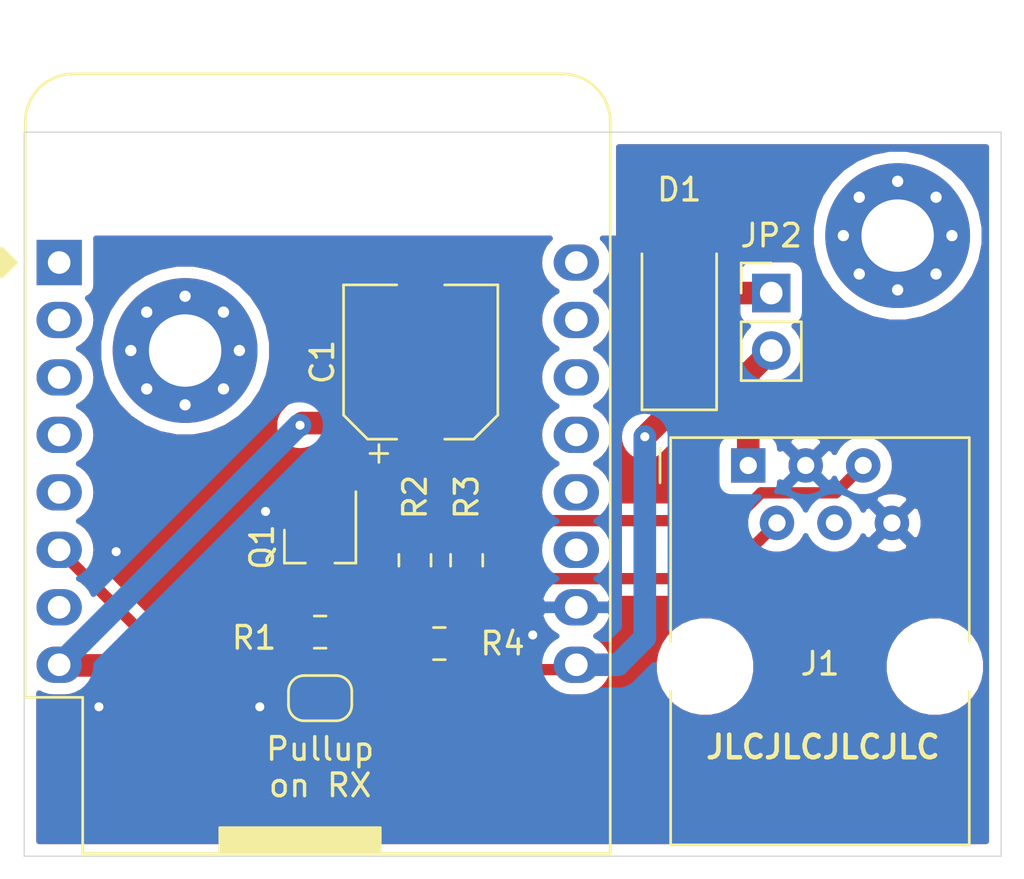
<source format=kicad_pcb>
(kicad_pcb (version 20171130) (host pcbnew "(5.1.9)-1")

  (general
    (thickness 1.6)
    (drawings 7)
    (tracks 55)
    (zones 0)
    (modules 13)
    (nets 11)
  )

  (page A4)
  (layers
    (0 F.Cu signal)
    (31 B.Cu signal)
    (32 B.Adhes user)
    (33 F.Adhes user)
    (34 B.Paste user)
    (35 F.Paste user)
    (36 B.SilkS user)
    (37 F.SilkS user)
    (38 B.Mask user)
    (39 F.Mask user)
    (40 Dwgs.User user)
    (41 Cmts.User user)
    (42 Eco1.User user)
    (43 Eco2.User user)
    (44 Edge.Cuts user)
    (45 Margin user)
    (46 B.CrtYd user)
    (47 F.CrtYd user)
    (48 B.Fab user)
    (49 F.Fab user hide)
  )

  (setup
    (last_trace_width 1)
    (user_trace_width 0.5)
    (user_trace_width 1)
    (trace_clearance 0.2)
    (zone_clearance 0.508)
    (zone_45_only no)
    (trace_min 0.2)
    (via_size 0.8)
    (via_drill 0.4)
    (via_min_size 0.4)
    (via_min_drill 0.3)
    (uvia_size 0.3)
    (uvia_drill 0.1)
    (uvias_allowed no)
    (uvia_min_size 0.2)
    (uvia_min_drill 0.1)
    (edge_width 0.05)
    (segment_width 0.2)
    (pcb_text_width 0.3)
    (pcb_text_size 1.5 1.5)
    (mod_edge_width 0.12)
    (mod_text_size 1 1)
    (mod_text_width 0.15)
    (pad_size 1.524 1.524)
    (pad_drill 0.762)
    (pad_to_mask_clearance 0)
    (aux_axis_origin 0 0)
    (visible_elements 7FFFFFFF)
    (pcbplotparams
      (layerselection 0x010fc_ffffffff)
      (usegerberextensions false)
      (usegerberattributes true)
      (usegerberadvancedattributes true)
      (creategerberjobfile true)
      (excludeedgelayer true)
      (linewidth 0.100000)
      (plotframeref false)
      (viasonmask false)
      (mode 1)
      (useauxorigin false)
      (hpglpennumber 1)
      (hpglpenspeed 20)
      (hpglpendiameter 15.000000)
      (psnegative false)
      (psa4output false)
      (plotreference true)
      (plotvalue true)
      (plotinvisibletext false)
      (padsonsilk false)
      (subtractmaskfromsilk false)
      (outputformat 1)
      (mirror false)
      (drillshape 0)
      (scaleselection 1)
      (outputdirectory "production/"))
  )

  (net 0 "")
  (net 1 DATA_REQ)
  (net 2 GND)
  (net 3 DATA)
  (net 4 "Net-(JP1-Pad2)")
  (net 5 RX)
  (net 6 "Net-(Q1-Pad1)")
  (net 7 +3V3)
  (net 8 5V_DSMR)
  (net 9 +5V)
  (net 10 "Net-(D1-Pad2)")

  (net_class Default "This is the default net class."
    (clearance 0.2)
    (trace_width 0.25)
    (via_dia 0.8)
    (via_drill 0.4)
    (uvia_dia 0.3)
    (uvia_drill 0.1)
    (add_net +3V3)
    (add_net +5V)
    (add_net 5V_DSMR)
    (add_net DATA)
    (add_net DATA_REQ)
    (add_net GND)
    (add_net "Net-(D1-Pad2)")
    (add_net "Net-(J1-Pad4)")
    (add_net "Net-(JP1-Pad2)")
    (add_net "Net-(Q1-Pad1)")
    (add_net "Net-(U1-Pad1)")
    (add_net "Net-(U1-Pad11)")
    (add_net "Net-(U1-Pad12)")
    (add_net "Net-(U1-Pad13)")
    (add_net "Net-(U1-Pad14)")
    (add_net "Net-(U1-Pad15)")
    (add_net "Net-(U1-Pad16)")
    (add_net "Net-(U1-Pad2)")
    (add_net "Net-(U1-Pad3)")
    (add_net "Net-(U1-Pad4)")
    (add_net "Net-(U1-Pad5)")
    (add_net "Net-(U1-Pad7)")
    (add_net RX)
  )

  (module Connector_PinHeader_2.54mm:PinHeader_1x02_P2.54mm_Vertical (layer F.Cu) (tedit 59FED5CC) (tstamp 6178588B)
    (at 61.976 35.052)
    (descr "Through hole straight pin header, 1x02, 2.54mm pitch, single row")
    (tags "Through hole pin header THT 1x02 2.54mm single row")
    (path /617910AC)
    (fp_text reference JP2 (at 0 -2.54 180) (layer F.SilkS)
      (effects (font (size 1 1) (thickness 0.15)))
    )
    (fp_text value Jumper (at 0 4.87) (layer F.Fab)
      (effects (font (size 1 1) (thickness 0.15)))
    )
    (fp_text user %R (at 0 1.27 90) (layer F.Fab)
      (effects (font (size 1 1) (thickness 0.15)))
    )
    (fp_line (start -0.635 -1.27) (end 1.27 -1.27) (layer F.Fab) (width 0.1))
    (fp_line (start 1.27 -1.27) (end 1.27 3.81) (layer F.Fab) (width 0.1))
    (fp_line (start 1.27 3.81) (end -1.27 3.81) (layer F.Fab) (width 0.1))
    (fp_line (start -1.27 3.81) (end -1.27 -0.635) (layer F.Fab) (width 0.1))
    (fp_line (start -1.27 -0.635) (end -0.635 -1.27) (layer F.Fab) (width 0.1))
    (fp_line (start -1.33 3.87) (end 1.33 3.87) (layer F.SilkS) (width 0.12))
    (fp_line (start -1.33 1.27) (end -1.33 3.87) (layer F.SilkS) (width 0.12))
    (fp_line (start 1.33 1.27) (end 1.33 3.87) (layer F.SilkS) (width 0.12))
    (fp_line (start -1.33 1.27) (end 1.33 1.27) (layer F.SilkS) (width 0.12))
    (fp_line (start -1.33 0) (end -1.33 -1.33) (layer F.SilkS) (width 0.12))
    (fp_line (start -1.33 -1.33) (end 0 -1.33) (layer F.SilkS) (width 0.12))
    (fp_line (start -1.8 -1.8) (end -1.8 4.35) (layer F.CrtYd) (width 0.05))
    (fp_line (start -1.8 4.35) (end 1.8 4.35) (layer F.CrtYd) (width 0.05))
    (fp_line (start 1.8 4.35) (end 1.8 -1.8) (layer F.CrtYd) (width 0.05))
    (fp_line (start 1.8 -1.8) (end -1.8 -1.8) (layer F.CrtYd) (width 0.05))
    (pad 2 thru_hole oval (at 0 2.54) (size 1.7 1.7) (drill 1) (layers *.Cu *.Mask)
      (net 8 5V_DSMR))
    (pad 1 thru_hole rect (at 0 0) (size 1.7 1.7) (drill 1) (layers *.Cu *.Mask)
      (net 10 "Net-(D1-Pad2)"))
    (model ${KISYS3DMOD}/Connector_PinHeader_2.54mm.3dshapes/PinHeader_1x02_P2.54mm_Vertical.wrl
      (at (xyz 0 0 0))
      (scale (xyz 1 1 1))
      (rotate (xyz 0 0 0))
    )
  )

  (module MountingHole:MountingHole_3.2mm_M3_Pad_Via (layer F.Cu) (tedit 56DDBCCA) (tstamp 617826B6)
    (at 67.564 32.512)
    (descr "Mounting Hole 3.2mm, M3")
    (tags "mounting hole 3.2mm m3")
    (path /6177DD5D)
    (attr virtual)
    (fp_text reference H2 (at 0 -4.2) (layer F.SilkS) hide
      (effects (font (size 1 1) (thickness 0.15)))
    )
    (fp_text value MountingHole (at 0 4.2) (layer F.Fab)
      (effects (font (size 1 1) (thickness 0.15)))
    )
    (fp_text user %R (at 0.3 0) (layer F.Fab)
      (effects (font (size 1 1) (thickness 0.15)))
    )
    (fp_circle (center 0 0) (end 3.2 0) (layer Cmts.User) (width 0.15))
    (fp_circle (center 0 0) (end 3.45 0) (layer F.CrtYd) (width 0.05))
    (pad 1 thru_hole circle (at 1.697056 -1.697056) (size 0.8 0.8) (drill 0.5) (layers *.Cu *.Mask))
    (pad 1 thru_hole circle (at 0 -2.4) (size 0.8 0.8) (drill 0.5) (layers *.Cu *.Mask))
    (pad 1 thru_hole circle (at -1.697056 -1.697056) (size 0.8 0.8) (drill 0.5) (layers *.Cu *.Mask))
    (pad 1 thru_hole circle (at -2.4 0) (size 0.8 0.8) (drill 0.5) (layers *.Cu *.Mask))
    (pad 1 thru_hole circle (at -1.697056 1.697056) (size 0.8 0.8) (drill 0.5) (layers *.Cu *.Mask))
    (pad 1 thru_hole circle (at 0 2.4) (size 0.8 0.8) (drill 0.5) (layers *.Cu *.Mask))
    (pad 1 thru_hole circle (at 1.697056 1.697056) (size 0.8 0.8) (drill 0.5) (layers *.Cu *.Mask))
    (pad 1 thru_hole circle (at 2.4 0) (size 0.8 0.8) (drill 0.5) (layers *.Cu *.Mask))
    (pad 1 thru_hole circle (at 0 0) (size 6.4 6.4) (drill 3.2) (layers *.Cu *.Mask))
  )

  (module MountingHole:MountingHole_3.2mm_M3_Pad_Via (layer F.Cu) (tedit 56DDBCCA) (tstamp 617826A6)
    (at 36.068 37.592)
    (descr "Mounting Hole 3.2mm, M3")
    (tags "mounting hole 3.2mm m3")
    (path /6177CCC9)
    (attr virtual)
    (fp_text reference H1 (at 0 -4.2) (layer F.SilkS) hide
      (effects (font (size 1 1) (thickness 0.15)))
    )
    (fp_text value MountingHole (at 0 4.2) (layer F.Fab)
      (effects (font (size 1 1) (thickness 0.15)))
    )
    (fp_text user %R (at 0.3 0) (layer F.Fab)
      (effects (font (size 1 1) (thickness 0.15)))
    )
    (fp_circle (center 0 0) (end 3.2 0) (layer Cmts.User) (width 0.15))
    (fp_circle (center 0 0) (end 3.45 0) (layer F.CrtYd) (width 0.05))
    (pad 1 thru_hole circle (at 1.697056 -1.697056) (size 0.8 0.8) (drill 0.5) (layers *.Cu *.Mask))
    (pad 1 thru_hole circle (at 0 -2.4) (size 0.8 0.8) (drill 0.5) (layers *.Cu *.Mask))
    (pad 1 thru_hole circle (at -1.697056 -1.697056) (size 0.8 0.8) (drill 0.5) (layers *.Cu *.Mask))
    (pad 1 thru_hole circle (at -2.4 0) (size 0.8 0.8) (drill 0.5) (layers *.Cu *.Mask))
    (pad 1 thru_hole circle (at -1.697056 1.697056) (size 0.8 0.8) (drill 0.5) (layers *.Cu *.Mask))
    (pad 1 thru_hole circle (at 0 2.4) (size 0.8 0.8) (drill 0.5) (layers *.Cu *.Mask))
    (pad 1 thru_hole circle (at 1.697056 1.697056) (size 0.8 0.8) (drill 0.5) (layers *.Cu *.Mask))
    (pad 1 thru_hole circle (at 2.4 0) (size 0.8 0.8) (drill 0.5) (layers *.Cu *.Mask))
    (pad 1 thru_hole circle (at 0 0) (size 6.4 6.4) (drill 3.2) (layers *.Cu *.Mask))
  )

  (module Package_TO_SOT_SMD:SOT-23_Handsoldering (layer F.Cu) (tedit 5A0AB76C) (tstamp 61771946)
    (at 42.037 46.228 270)
    (descr "SOT-23, Handsoldering")
    (tags SOT-23)
    (path /6178E0E8)
    (attr smd)
    (fp_text reference Q1 (at 0.0508 2.5654 90) (layer F.SilkS)
      (effects (font (size 1 1) (thickness 0.15)))
    )
    (fp_text value MMBT3904 (at 0 2.5 90) (layer F.Fab)
      (effects (font (size 1 1) (thickness 0.15)))
    )
    (fp_line (start 0.76 1.58) (end -0.7 1.58) (layer F.SilkS) (width 0.12))
    (fp_line (start -0.7 1.52) (end 0.7 1.52) (layer F.Fab) (width 0.1))
    (fp_line (start 0.7 -1.52) (end 0.7 1.52) (layer F.Fab) (width 0.1))
    (fp_line (start -0.7 -0.95) (end -0.15 -1.52) (layer F.Fab) (width 0.1))
    (fp_line (start -0.15 -1.52) (end 0.7 -1.52) (layer F.Fab) (width 0.1))
    (fp_line (start -0.7 -0.95) (end -0.7 1.5) (layer F.Fab) (width 0.1))
    (fp_line (start 0.76 -1.58) (end -2.4 -1.58) (layer F.SilkS) (width 0.12))
    (fp_line (start -2.7 1.75) (end -2.7 -1.75) (layer F.CrtYd) (width 0.05))
    (fp_line (start 2.7 1.75) (end -2.7 1.75) (layer F.CrtYd) (width 0.05))
    (fp_line (start 2.7 -1.75) (end 2.7 1.75) (layer F.CrtYd) (width 0.05))
    (fp_line (start -2.7 -1.75) (end 2.7 -1.75) (layer F.CrtYd) (width 0.05))
    (fp_line (start 0.76 -1.58) (end 0.76 -0.65) (layer F.SilkS) (width 0.12))
    (fp_line (start 0.76 1.58) (end 0.76 0.65) (layer F.SilkS) (width 0.12))
    (fp_text user %R (at 0 0) (layer F.Fab)
      (effects (font (size 0.5 0.5) (thickness 0.075)))
    )
    (pad 3 smd rect (at 1.5 0 270) (size 1.9 0.8) (layers F.Cu F.Paste F.Mask)
      (net 5 RX))
    (pad 2 smd rect (at -1.5 0.95 270) (size 1.9 0.8) (layers F.Cu F.Paste F.Mask)
      (net 2 GND))
    (pad 1 smd rect (at -1.5 -0.95 270) (size 1.9 0.8) (layers F.Cu F.Paste F.Mask)
      (net 6 "Net-(Q1-Pad1)"))
    (model ${KISYS3DMOD}/Package_TO_SOT_SMD.3dshapes/SOT-23.wrl
      (at (xyz 0 0 0))
      (scale (xyz 1 1 1))
      (rotate (xyz 0 0 0))
    )
  )

  (module Diode_SMD:D_SMA_Handsoldering (layer F.Cu) (tedit 58643398) (tstamp 617858FA)
    (at 57.912 35.814 90)
    (descr "Diode SMA (DO-214AC) Handsoldering")
    (tags "Diode SMA (DO-214AC) Handsoldering")
    (path /617A771E)
    (attr smd)
    (fp_text reference D1 (at 5.334 0 180) (layer F.SilkS)
      (effects (font (size 1 1) (thickness 0.15)))
    )
    (fp_text value 1n4148 (at 0 2.6 90) (layer F.Fab)
      (effects (font (size 1 1) (thickness 0.15)))
    )
    (fp_line (start -4.4 -1.65) (end 2.5 -1.65) (layer F.SilkS) (width 0.12))
    (fp_line (start -4.4 1.65) (end 2.5 1.65) (layer F.SilkS) (width 0.12))
    (fp_line (start -0.64944 0.00102) (end 0.50118 -0.79908) (layer F.Fab) (width 0.1))
    (fp_line (start -0.64944 0.00102) (end 0.50118 0.75032) (layer F.Fab) (width 0.1))
    (fp_line (start 0.50118 0.75032) (end 0.50118 -0.79908) (layer F.Fab) (width 0.1))
    (fp_line (start -0.64944 -0.79908) (end -0.64944 0.80112) (layer F.Fab) (width 0.1))
    (fp_line (start 0.50118 0.00102) (end 1.4994 0.00102) (layer F.Fab) (width 0.1))
    (fp_line (start -0.64944 0.00102) (end -1.55114 0.00102) (layer F.Fab) (width 0.1))
    (fp_line (start -4.5 1.75) (end -4.5 -1.75) (layer F.CrtYd) (width 0.05))
    (fp_line (start 4.5 1.75) (end -4.5 1.75) (layer F.CrtYd) (width 0.05))
    (fp_line (start 4.5 -1.75) (end 4.5 1.75) (layer F.CrtYd) (width 0.05))
    (fp_line (start -4.5 -1.75) (end 4.5 -1.75) (layer F.CrtYd) (width 0.05))
    (fp_line (start 2.3 -1.5) (end -2.3 -1.5) (layer F.Fab) (width 0.1))
    (fp_line (start 2.3 -1.5) (end 2.3 1.5) (layer F.Fab) (width 0.1))
    (fp_line (start -2.3 1.5) (end -2.3 -1.5) (layer F.Fab) (width 0.1))
    (fp_line (start 2.3 1.5) (end -2.3 1.5) (layer F.Fab) (width 0.1))
    (fp_line (start -4.4 -1.65) (end -4.4 1.65) (layer F.SilkS) (width 0.12))
    (fp_text user %R (at 0 -2.5 90) (layer F.Fab)
      (effects (font (size 1 1) (thickness 0.15)))
    )
    (pad 2 smd rect (at 2.5 0 90) (size 3.5 1.8) (layers F.Cu F.Paste F.Mask)
      (net 10 "Net-(D1-Pad2)"))
    (pad 1 smd rect (at -2.5 0 90) (size 3.5 1.8) (layers F.Cu F.Paste F.Mask)
      (net 9 +5V))
    (model ${KISYS3DMOD}/Diode_SMD.3dshapes/D_SMA.wrl
      (at (xyz 0 0 0))
      (scale (xyz 1 1 1))
      (rotate (xyz 0 0 0))
    )
  )

  (module Resistor_SMD:R_0805_2012Metric_Pad1.15x1.40mm_HandSolder (layer F.Cu) (tedit 5B36C52B) (tstamp 6177653E)
    (at 47.3075 50.546 180)
    (descr "Resistor SMD 0805 (2012 Metric), square (rectangular) end terminal, IPC_7351 nominal with elongated pad for handsoldering. (Body size source: https://docs.google.com/spreadsheets/d/1BsfQQcO9C6DZCsRaXUlFlo91Tg2WpOkGARC1WS5S8t0/edit?usp=sharing), generated with kicad-footprint-generator")
    (tags "resistor handsolder")
    (path /6179EBBC)
    (attr smd)
    (fp_text reference R4 (at -2.794 0) (layer F.SilkS)
      (effects (font (size 1 1) (thickness 0.15)))
    )
    (fp_text value 10k (at 0 1.65) (layer F.Fab)
      (effects (font (size 1 1) (thickness 0.15)))
    )
    (fp_line (start -1 0.6) (end -1 -0.6) (layer F.Fab) (width 0.1))
    (fp_line (start -1 -0.6) (end 1 -0.6) (layer F.Fab) (width 0.1))
    (fp_line (start 1 -0.6) (end 1 0.6) (layer F.Fab) (width 0.1))
    (fp_line (start 1 0.6) (end -1 0.6) (layer F.Fab) (width 0.1))
    (fp_line (start -0.261252 -0.71) (end 0.261252 -0.71) (layer F.SilkS) (width 0.12))
    (fp_line (start -0.261252 0.71) (end 0.261252 0.71) (layer F.SilkS) (width 0.12))
    (fp_line (start -1.85 0.95) (end -1.85 -0.95) (layer F.CrtYd) (width 0.05))
    (fp_line (start -1.85 -0.95) (end 1.85 -0.95) (layer F.CrtYd) (width 0.05))
    (fp_line (start 1.85 -0.95) (end 1.85 0.95) (layer F.CrtYd) (width 0.05))
    (fp_line (start 1.85 0.95) (end -1.85 0.95) (layer F.CrtYd) (width 0.05))
    (fp_text user %R (at 0 0) (layer F.Fab)
      (effects (font (size 0.5 0.5) (thickness 0.08)))
    )
    (pad 2 smd roundrect (at 1.025 0 180) (size 1.15 1.4) (layers F.Cu F.Paste F.Mask) (roundrect_rratio 0.2173904347826087)
      (net 9 +5V))
    (pad 1 smd roundrect (at -1.025 0 180) (size 1.15 1.4) (layers F.Cu F.Paste F.Mask) (roundrect_rratio 0.2173904347826087)
      (net 1 DATA_REQ))
    (model ${KISYS3DMOD}/Resistor_SMD.3dshapes/R_0805_2012Metric.wrl
      (at (xyz 0 0 0))
      (scale (xyz 1 1 1))
      (rotate (xyz 0 0 0))
    )
  )

  (module Capacitor_SMD:CP_Elec_6.3x7.7 (layer F.Cu) (tedit 5BCA39D0) (tstamp 61774B90)
    (at 46.482 38.1 90)
    (descr "SMD capacitor, aluminum electrolytic, Nichicon, 6.3x7.7mm")
    (tags "capacitor electrolytic")
    (path /6179B696)
    (attr smd)
    (fp_text reference C1 (at 0 -4.35 90) (layer F.SilkS)
      (effects (font (size 1 1) (thickness 0.15)))
    )
    (fp_text value 470uF (at 0 4.35 90) (layer F.Fab)
      (effects (font (size 1 1) (thickness 0.15)))
    )
    (fp_circle (center 0 0) (end 3.15 0) (layer F.Fab) (width 0.1))
    (fp_line (start 3.3 -3.3) (end 3.3 3.3) (layer F.Fab) (width 0.1))
    (fp_line (start -2.3 -3.3) (end 3.3 -3.3) (layer F.Fab) (width 0.1))
    (fp_line (start -2.3 3.3) (end 3.3 3.3) (layer F.Fab) (width 0.1))
    (fp_line (start -3.3 -2.3) (end -3.3 2.3) (layer F.Fab) (width 0.1))
    (fp_line (start -3.3 -2.3) (end -2.3 -3.3) (layer F.Fab) (width 0.1))
    (fp_line (start -3.3 2.3) (end -2.3 3.3) (layer F.Fab) (width 0.1))
    (fp_line (start -2.704838 -1.33) (end -2.074838 -1.33) (layer F.Fab) (width 0.1))
    (fp_line (start -2.389838 -1.645) (end -2.389838 -1.015) (layer F.Fab) (width 0.1))
    (fp_line (start 3.41 3.41) (end 3.41 1.06) (layer F.SilkS) (width 0.12))
    (fp_line (start 3.41 -3.41) (end 3.41 -1.06) (layer F.SilkS) (width 0.12))
    (fp_line (start -2.345563 -3.41) (end 3.41 -3.41) (layer F.SilkS) (width 0.12))
    (fp_line (start -2.345563 3.41) (end 3.41 3.41) (layer F.SilkS) (width 0.12))
    (fp_line (start -3.41 2.345563) (end -3.41 1.06) (layer F.SilkS) (width 0.12))
    (fp_line (start -3.41 -2.345563) (end -3.41 -1.06) (layer F.SilkS) (width 0.12))
    (fp_line (start -3.41 -2.345563) (end -2.345563 -3.41) (layer F.SilkS) (width 0.12))
    (fp_line (start -3.41 2.345563) (end -2.345563 3.41) (layer F.SilkS) (width 0.12))
    (fp_line (start -4.4375 -1.8475) (end -3.65 -1.8475) (layer F.SilkS) (width 0.12))
    (fp_line (start -4.04375 -2.24125) (end -4.04375 -1.45375) (layer F.SilkS) (width 0.12))
    (fp_line (start 3.55 -3.55) (end 3.55 -1.05) (layer F.CrtYd) (width 0.05))
    (fp_line (start 3.55 -1.05) (end 4.7 -1.05) (layer F.CrtYd) (width 0.05))
    (fp_line (start 4.7 -1.05) (end 4.7 1.05) (layer F.CrtYd) (width 0.05))
    (fp_line (start 4.7 1.05) (end 3.55 1.05) (layer F.CrtYd) (width 0.05))
    (fp_line (start 3.55 1.05) (end 3.55 3.55) (layer F.CrtYd) (width 0.05))
    (fp_line (start -2.4 3.55) (end 3.55 3.55) (layer F.CrtYd) (width 0.05))
    (fp_line (start -2.4 -3.55) (end 3.55 -3.55) (layer F.CrtYd) (width 0.05))
    (fp_line (start -3.55 2.4) (end -2.4 3.55) (layer F.CrtYd) (width 0.05))
    (fp_line (start -3.55 -2.4) (end -2.4 -3.55) (layer F.CrtYd) (width 0.05))
    (fp_line (start -3.55 -2.4) (end -3.55 -1.05) (layer F.CrtYd) (width 0.05))
    (fp_line (start -3.55 1.05) (end -3.55 2.4) (layer F.CrtYd) (width 0.05))
    (fp_line (start -3.55 -1.05) (end -4.7 -1.05) (layer F.CrtYd) (width 0.05))
    (fp_line (start -4.7 -1.05) (end -4.7 1.05) (layer F.CrtYd) (width 0.05))
    (fp_line (start -4.7 1.05) (end -3.55 1.05) (layer F.CrtYd) (width 0.05))
    (fp_text user %R (at 0 0 90) (layer F.Fab)
      (effects (font (size 1 1) (thickness 0.15)))
    )
    (pad 2 smd roundrect (at 2.7 0 90) (size 3.5 1.6) (layers F.Cu F.Paste F.Mask) (roundrect_rratio 0.15625)
      (net 2 GND))
    (pad 1 smd roundrect (at -2.7 0 90) (size 3.5 1.6) (layers F.Cu F.Paste F.Mask) (roundrect_rratio 0.15625)
      (net 7 +3V3))
    (model ${KISYS3DMOD}/Capacitor_SMD.3dshapes/CP_Elec_6.3x7.7.wrl
      (at (xyz 0 0 0))
      (scale (xyz 1 1 1))
      (rotate (xyz 0 0 0))
    )
  )

  (module Module:WEMOS_D1_mini_light (layer F.Cu) (tedit 5BBFB1CE) (tstamp 61771096)
    (at 30.501 33.702)
    (descr "16-pin module, column spacing 22.86 mm (900 mils), https://wiki.wemos.cc/products:d1:d1_mini, https://c1.staticflickr.com/1/734/31400410271_f278b087db_z.jpg")
    (tags "ESP8266 WiFi microcontroller")
    (path /6176B2CB)
    (fp_text reference U1 (at 22 27) (layer F.SilkS) hide
      (effects (font (size 1 1) (thickness 0.15)))
    )
    (fp_text value WeMos_D1_mini (at 11.7 0) (layer F.Fab)
      (effects (font (size 1 1) (thickness 0.15)))
    )
    (fp_line (start 1.04 26.12) (end 24.36 26.12) (layer F.SilkS) (width 0.12))
    (fp_line (start -1.5 19.22) (end -1.5 -6.21) (layer F.SilkS) (width 0.12))
    (fp_line (start 24.36 26.12) (end 24.36 -6.21) (layer F.SilkS) (width 0.12))
    (fp_line (start 22.24 -8.34) (end 0.63 -8.34) (layer F.SilkS) (width 0.12))
    (fp_line (start 1.17 25.99) (end 24.23 25.99) (layer F.Fab) (width 0.1))
    (fp_line (start 24.23 25.99) (end 24.23 -6.21) (layer F.Fab) (width 0.1))
    (fp_line (start 22.23 -8.21) (end 0.63 -8.21) (layer F.Fab) (width 0.1))
    (fp_line (start -1.37 1) (end -1.37 19.09) (layer F.Fab) (width 0.1))
    (fp_line (start -1.62 -8.46) (end 24.48 -8.46) (layer F.CrtYd) (width 0.05))
    (fp_line (start 24.48 -8.41) (end 24.48 26.24) (layer F.CrtYd) (width 0.05))
    (fp_line (start 24.48 26.24) (end -1.62 26.24) (layer F.CrtYd) (width 0.05))
    (fp_line (start -1.62 26.24) (end -1.62 -8.46) (layer F.CrtYd) (width 0.05))
    (fp_poly (pts (xy -2.54 -0.635) (xy -2.54 0.635) (xy -1.905 0)) (layer F.SilkS) (width 0.15))
    (fp_line (start -1.35 -1.4) (end 24.25 -1.4) (layer Dwgs.User) (width 0.1))
    (fp_line (start 24.25 -1.4) (end 24.25 -8.2) (layer Dwgs.User) (width 0.1))
    (fp_line (start 24.25 -8.2) (end -1.35 -8.2) (layer Dwgs.User) (width 0.1))
    (fp_line (start -1.35 -8.2) (end -1.35 -1.4) (layer Dwgs.User) (width 0.1))
    (fp_line (start -1.35 -1.4) (end 5.45 -8.2) (layer Dwgs.User) (width 0.1))
    (fp_line (start 0.65 -1.4) (end 7.45 -8.2) (layer Dwgs.User) (width 0.1))
    (fp_line (start 2.65 -1.4) (end 9.45 -8.2) (layer Dwgs.User) (width 0.1))
    (fp_line (start 4.65 -1.4) (end 11.45 -8.2) (layer Dwgs.User) (width 0.1))
    (fp_line (start 6.65 -1.4) (end 13.45 -8.2) (layer Dwgs.User) (width 0.1))
    (fp_line (start 8.65 -1.4) (end 15.45 -8.2) (layer Dwgs.User) (width 0.1))
    (fp_line (start 10.65 -1.4) (end 17.45 -8.2) (layer Dwgs.User) (width 0.1))
    (fp_line (start 12.65 -1.4) (end 19.45 -8.2) (layer Dwgs.User) (width 0.1))
    (fp_line (start 14.65 -1.4) (end 21.45 -8.2) (layer Dwgs.User) (width 0.1))
    (fp_line (start 16.65 -1.4) (end 23.45 -8.2) (layer Dwgs.User) (width 0.1))
    (fp_line (start 18.65 -1.4) (end 24.25 -7) (layer Dwgs.User) (width 0.1))
    (fp_line (start 20.65 -1.4) (end 24.25 -5) (layer Dwgs.User) (width 0.1))
    (fp_line (start 22.65 -1.4) (end 24.25 -3) (layer Dwgs.User) (width 0.1))
    (fp_line (start -1.35 -3.4) (end 3.45 -8.2) (layer Dwgs.User) (width 0.1))
    (fp_line (start -1.3 -5.45) (end 1.45 -8.2) (layer Dwgs.User) (width 0.1))
    (fp_line (start -1.35 -7.4) (end -0.55 -8.2) (layer Dwgs.User) (width 0.1))
    (fp_line (start -1.37 19.09) (end 1.17 19.09) (layer F.Fab) (width 0.1))
    (fp_line (start 1.17 19.09) (end 1.17 25.99) (layer F.Fab) (width 0.1))
    (fp_line (start -1.37 -6.21) (end -1.37 -1) (layer F.Fab) (width 0.1))
    (fp_line (start -1.37 1) (end -0.37 0) (layer F.Fab) (width 0.1))
    (fp_line (start -0.37 0) (end -1.37 -1) (layer F.Fab) (width 0.1))
    (fp_line (start -1.5 19.22) (end 1.04 19.22) (layer F.SilkS) (width 0.12))
    (fp_line (start 1.04 19.22) (end 1.04 26.12) (layer F.SilkS) (width 0.12))
    (fp_text user "No copper" (at 11.43 -3.81) (layer Cmts.User)
      (effects (font (size 1 1) (thickness 0.15)))
    )
    (fp_text user "KEEP OUT" (at 11.43 -6.35) (layer Cmts.User)
      (effects (font (size 1 1) (thickness 0.15)))
    )
    (fp_arc (start 22.23 -6.21) (end 24.36 -6.21) (angle -90) (layer F.SilkS) (width 0.12))
    (fp_arc (start 0.63 -6.21) (end 0.63 -8.34) (angle -90) (layer F.SilkS) (width 0.12))
    (fp_arc (start 22.23 -6.21) (end 24.23 -6.19) (angle -90) (layer F.Fab) (width 0.1))
    (fp_arc (start 0.63 -6.21) (end 0.63 -8.21) (angle -90) (layer F.Fab) (width 0.1))
    (fp_text user %R (at 11.43 10) (layer F.Fab)
      (effects (font (size 1 1) (thickness 0.15)))
    )
    (pad 16 thru_hole oval (at 22.86 0) (size 2 1.6) (drill 1) (layers *.Cu *.Mask))
    (pad 15 thru_hole oval (at 22.86 2.54) (size 2 1.6) (drill 1) (layers *.Cu *.Mask))
    (pad 14 thru_hole oval (at 22.86 5.08) (size 2 1.6) (drill 1) (layers *.Cu *.Mask))
    (pad 13 thru_hole oval (at 22.86 7.62) (size 2 1.6) (drill 1) (layers *.Cu *.Mask))
    (pad 12 thru_hole oval (at 22.86 10.16) (size 2 1.6) (drill 1) (layers *.Cu *.Mask))
    (pad 11 thru_hole oval (at 22.86 12.7) (size 2 1.6) (drill 1) (layers *.Cu *.Mask))
    (pad 10 thru_hole oval (at 22.86 15.24) (size 2 1.6) (drill 1) (layers *.Cu *.Mask)
      (net 2 GND))
    (pad 9 thru_hole oval (at 22.86 17.78) (size 2 1.6) (drill 1) (layers *.Cu *.Mask)
      (net 9 +5V))
    (pad 8 thru_hole oval (at 0 17.78) (size 2 1.6) (drill 1) (layers *.Cu *.Mask)
      (net 7 +3V3))
    (pad 7 thru_hole oval (at 0 15.24) (size 2 1.6) (drill 1) (layers *.Cu *.Mask))
    (pad 6 thru_hole oval (at 0 12.7) (size 2 1.6) (drill 1) (layers *.Cu *.Mask)
      (net 5 RX))
    (pad 5 thru_hole oval (at 0 10.16) (size 2 1.6) (drill 1) (layers *.Cu *.Mask))
    (pad 4 thru_hole oval (at 0 7.62) (size 2 1.6) (drill 1) (layers *.Cu *.Mask))
    (pad 3 thru_hole oval (at 0 5.08) (size 2 1.6) (drill 1) (layers *.Cu *.Mask))
    (pad 1 thru_hole rect (at 0 0) (size 2 2) (drill 1) (layers *.Cu *.Mask))
    (pad 2 thru_hole oval (at 0 2.54) (size 2 1.6) (drill 1) (layers *.Cu *.Mask))
    (model ${KISYS3DMOD}/Module.3dshapes/WEMOS_D1_mini_light.wrl
      (at (xyz 0 0 0))
      (scale (xyz 1 1 1))
      (rotate (xyz 0 0 0))
    )
    (model ${KISYS3DMOD}/Connector_PinHeader_2.54mm.3dshapes/PinHeader_1x08_P2.54mm_Vertical.wrl
      (offset (xyz 0 0 9.5))
      (scale (xyz 1 1 1))
      (rotate (xyz 0 -180 0))
    )
    (model ${KISYS3DMOD}/Connector_PinHeader_2.54mm.3dshapes/PinHeader_1x08_P2.54mm_Vertical.wrl
      (offset (xyz 22.86 0 9.5))
      (scale (xyz 1 1 1))
      (rotate (xyz 0 -180 0))
    )
    (model ${KISYS3DMOD}/Connector_PinSocket_2.54mm.3dshapes/PinSocket_1x08_P2.54mm_Vertical.wrl
      (at (xyz 0 0 0))
      (scale (xyz 1 1 1))
      (rotate (xyz 0 0 0))
    )
    (model ${KISYS3DMOD}/Connector_PinSocket_2.54mm.3dshapes/PinSocket_1x08_P2.54mm_Vertical.wrl
      (offset (xyz 22.86 0 0))
      (scale (xyz 1 1 1))
      (rotate (xyz 0 0 0))
    )
  )

  (module Resistor_SMD:R_0805_2012Metric_Pad1.15x1.40mm_HandSolder (layer F.Cu) (tedit 5B36C52B) (tstamp 6177288D)
    (at 48.514 46.863 270)
    (descr "Resistor SMD 0805 (2012 Metric), square (rectangular) end terminal, IPC_7351 nominal with elongated pad for handsoldering. (Body size source: https://docs.google.com/spreadsheets/d/1BsfQQcO9C6DZCsRaXUlFlo91Tg2WpOkGARC1WS5S8t0/edit?usp=sharing), generated with kicad-footprint-generator")
    (tags "resistor handsolder")
    (path /617863BA)
    (attr smd)
    (fp_text reference R3 (at -2.794 0 90) (layer F.SilkS)
      (effects (font (size 1 1) (thickness 0.15)))
    )
    (fp_text value 10k (at 0 1.65 90) (layer F.Fab)
      (effects (font (size 1 1) (thickness 0.15)))
    )
    (fp_line (start -1 0.6) (end -1 -0.6) (layer F.Fab) (width 0.1))
    (fp_line (start -1 -0.6) (end 1 -0.6) (layer F.Fab) (width 0.1))
    (fp_line (start 1 -0.6) (end 1 0.6) (layer F.Fab) (width 0.1))
    (fp_line (start 1 0.6) (end -1 0.6) (layer F.Fab) (width 0.1))
    (fp_line (start -0.261252 -0.71) (end 0.261252 -0.71) (layer F.SilkS) (width 0.12))
    (fp_line (start -0.261252 0.71) (end 0.261252 0.71) (layer F.SilkS) (width 0.12))
    (fp_line (start -1.85 0.95) (end -1.85 -0.95) (layer F.CrtYd) (width 0.05))
    (fp_line (start -1.85 -0.95) (end 1.85 -0.95) (layer F.CrtYd) (width 0.05))
    (fp_line (start 1.85 -0.95) (end 1.85 0.95) (layer F.CrtYd) (width 0.05))
    (fp_line (start 1.85 0.95) (end -1.85 0.95) (layer F.CrtYd) (width 0.05))
    (fp_text user %R (at 0 0 90) (layer F.Fab)
      (effects (font (size 0.5 0.5) (thickness 0.08)))
    )
    (pad 2 smd roundrect (at 1.025 0 270) (size 1.15 1.4) (layers F.Cu F.Paste F.Mask) (roundrect_rratio 0.2173904347826087)
      (net 4 "Net-(JP1-Pad2)"))
    (pad 1 smd roundrect (at -1.025 0 270) (size 1.15 1.4) (layers F.Cu F.Paste F.Mask) (roundrect_rratio 0.2173904347826087)
      (net 3 DATA))
    (model ${KISYS3DMOD}/Resistor_SMD.3dshapes/R_0805_2012Metric.wrl
      (at (xyz 0 0 0))
      (scale (xyz 1 1 1))
      (rotate (xyz 0 0 0))
    )
  )

  (module Resistor_SMD:R_0805_2012Metric_Pad1.15x1.40mm_HandSolder (layer F.Cu) (tedit 5B36C52B) (tstamp 61771968)
    (at 46.228 46.863 270)
    (descr "Resistor SMD 0805 (2012 Metric), square (rectangular) end terminal, IPC_7351 nominal with elongated pad for handsoldering. (Body size source: https://docs.google.com/spreadsheets/d/1BsfQQcO9C6DZCsRaXUlFlo91Tg2WpOkGARC1WS5S8t0/edit?usp=sharing), generated with kicad-footprint-generator")
    (tags "resistor handsolder")
    (path /617877FB)
    (attr smd)
    (fp_text reference R2 (at -2.794 0 90) (layer F.SilkS)
      (effects (font (size 1 1) (thickness 0.15)))
    )
    (fp_text value 10k (at 0 1.65 90) (layer F.Fab)
      (effects (font (size 1 1) (thickness 0.15)))
    )
    (fp_line (start -1 0.6) (end -1 -0.6) (layer F.Fab) (width 0.1))
    (fp_line (start -1 -0.6) (end 1 -0.6) (layer F.Fab) (width 0.1))
    (fp_line (start 1 -0.6) (end 1 0.6) (layer F.Fab) (width 0.1))
    (fp_line (start 1 0.6) (end -1 0.6) (layer F.Fab) (width 0.1))
    (fp_line (start -0.261252 -0.71) (end 0.261252 -0.71) (layer F.SilkS) (width 0.12))
    (fp_line (start -0.261252 0.71) (end 0.261252 0.71) (layer F.SilkS) (width 0.12))
    (fp_line (start -1.85 0.95) (end -1.85 -0.95) (layer F.CrtYd) (width 0.05))
    (fp_line (start -1.85 -0.95) (end 1.85 -0.95) (layer F.CrtYd) (width 0.05))
    (fp_line (start 1.85 -0.95) (end 1.85 0.95) (layer F.CrtYd) (width 0.05))
    (fp_line (start 1.85 0.95) (end -1.85 0.95) (layer F.CrtYd) (width 0.05))
    (fp_text user %R (at 0 0.127 90) (layer F.Fab)
      (effects (font (size 0.5 0.5) (thickness 0.08)))
    )
    (pad 2 smd roundrect (at 1.025 0 270) (size 1.15 1.4) (layers F.Cu F.Paste F.Mask) (roundrect_rratio 0.2173904347826087)
      (net 6 "Net-(Q1-Pad1)"))
    (pad 1 smd roundrect (at -1.025 0 270) (size 1.15 1.4) (layers F.Cu F.Paste F.Mask) (roundrect_rratio 0.2173904347826087)
      (net 3 DATA))
    (model ${KISYS3DMOD}/Resistor_SMD.3dshapes/R_0805_2012Metric.wrl
      (at (xyz 0 0 0))
      (scale (xyz 1 1 1))
      (rotate (xyz 0 0 0))
    )
  )

  (module Resistor_SMD:R_0805_2012Metric_Pad1.15x1.40mm_HandSolder (layer F.Cu) (tedit 5B36C52B) (tstamp 61772C80)
    (at 42.037 50.038)
    (descr "Resistor SMD 0805 (2012 Metric), square (rectangular) end terminal, IPC_7351 nominal with elongated pad for handsoldering. (Body size source: https://docs.google.com/spreadsheets/d/1BsfQQcO9C6DZCsRaXUlFlo91Tg2WpOkGARC1WS5S8t0/edit?usp=sharing), generated with kicad-footprint-generator")
    (tags "resistor handsolder")
    (path /61776496)
    (attr smd)
    (fp_text reference R1 (at -2.921 0.254 180) (layer F.SilkS)
      (effects (font (size 1 1) (thickness 0.15)))
    )
    (fp_text value 10k (at 0 1.65) (layer F.Fab)
      (effects (font (size 1 1) (thickness 0.15)))
    )
    (fp_line (start -1 0.6) (end -1 -0.6) (layer F.Fab) (width 0.1))
    (fp_line (start -1 -0.6) (end 1 -0.6) (layer F.Fab) (width 0.1))
    (fp_line (start 1 -0.6) (end 1 0.6) (layer F.Fab) (width 0.1))
    (fp_line (start 1 0.6) (end -1 0.6) (layer F.Fab) (width 0.1))
    (fp_line (start -0.261252 -0.71) (end 0.261252 -0.71) (layer F.SilkS) (width 0.12))
    (fp_line (start -0.261252 0.71) (end 0.261252 0.71) (layer F.SilkS) (width 0.12))
    (fp_line (start -1.85 0.95) (end -1.85 -0.95) (layer F.CrtYd) (width 0.05))
    (fp_line (start -1.85 -0.95) (end 1.85 -0.95) (layer F.CrtYd) (width 0.05))
    (fp_line (start 1.85 -0.95) (end 1.85 0.95) (layer F.CrtYd) (width 0.05))
    (fp_line (start 1.85 0.95) (end -1.85 0.95) (layer F.CrtYd) (width 0.05))
    (fp_text user %R (at 0 0) (layer F.Fab)
      (effects (font (size 0.5 0.5) (thickness 0.08)))
    )
    (pad 2 smd roundrect (at 1.025 0) (size 1.15 1.4) (layers F.Cu F.Paste F.Mask) (roundrect_rratio 0.2173904347826087)
      (net 7 +3V3))
    (pad 1 smd roundrect (at -1.025 0) (size 1.15 1.4) (layers F.Cu F.Paste F.Mask) (roundrect_rratio 0.2173904347826087)
      (net 5 RX))
    (model ${KISYS3DMOD}/Resistor_SMD.3dshapes/R_0805_2012Metric.wrl
      (at (xyz 0 0 0))
      (scale (xyz 1 1 1))
      (rotate (xyz 0 0 0))
    )
  )

  (module Jumper:SolderJumper-2_P1.3mm_Bridged_RoundedPad1.0x1.5mm (layer F.Cu) (tedit 5C745284) (tstamp 617726F5)
    (at 42.037 52.959)
    (descr "SMD Solder Jumper, 1x1.5mm, rounded Pads, 0.3mm gap, bridged with 1 copper strip")
    (tags "solder jumper open")
    (path /617896BD)
    (attr virtual)
    (fp_text reference JP1 (at 0.127 2.032) (layer F.SilkS) hide
      (effects (font (size 1 1) (thickness 0.15)))
    )
    (fp_text value PULLUP_EN (at 0 1.9) (layer F.Fab)
      (effects (font (size 1 1) (thickness 0.15)))
    )
    (fp_line (start -1.4 0.3) (end -1.4 -0.3) (layer F.SilkS) (width 0.12))
    (fp_line (start 0.7 1) (end -0.7 1) (layer F.SilkS) (width 0.12))
    (fp_line (start 1.4 -0.3) (end 1.4 0.3) (layer F.SilkS) (width 0.12))
    (fp_line (start -0.7 -1) (end 0.7 -1) (layer F.SilkS) (width 0.12))
    (fp_line (start -1.65 -1.25) (end 1.65 -1.25) (layer F.CrtYd) (width 0.05))
    (fp_line (start -1.65 -1.25) (end -1.65 1.25) (layer F.CrtYd) (width 0.05))
    (fp_line (start 1.65 1.25) (end 1.65 -1.25) (layer F.CrtYd) (width 0.05))
    (fp_line (start 1.65 1.25) (end -1.65 1.25) (layer F.CrtYd) (width 0.05))
    (fp_poly (pts (xy 0.25 -0.3) (xy -0.25 -0.3) (xy -0.25 0.3) (xy 0.25 0.3)) (layer F.Cu) (width 0))
    (fp_arc (start -0.7 -0.3) (end -0.7 -1) (angle -90) (layer F.SilkS) (width 0.12))
    (fp_arc (start -0.7 0.3) (end -1.4 0.3) (angle -90) (layer F.SilkS) (width 0.12))
    (fp_arc (start 0.7 0.3) (end 0.7 1) (angle -90) (layer F.SilkS) (width 0.12))
    (fp_arc (start 0.7 -0.3) (end 1.4 -0.3) (angle -90) (layer F.SilkS) (width 0.12))
    (pad 1 smd custom (at -0.65 0) (size 1 0.5) (layers F.Cu F.Mask)
      (net 7 +3V3) (zone_connect 2)
      (options (clearance outline) (anchor rect))
      (primitives
        (gr_circle (center 0 0.25) (end 0.5 0.25) (width 0))
        (gr_circle (center 0 -0.25) (end 0.5 -0.25) (width 0))
        (gr_poly (pts
           (xy 0 -0.75) (xy 0.5 -0.75) (xy 0.5 0.75) (xy 0 0.75)) (width 0))
      ))
    (pad 2 smd custom (at 0.65 0) (size 1 0.5) (layers F.Cu F.Mask)
      (net 4 "Net-(JP1-Pad2)") (zone_connect 2)
      (options (clearance outline) (anchor rect))
      (primitives
        (gr_circle (center 0 0.25) (end 0.5 0.25) (width 0))
        (gr_circle (center 0 -0.25) (end 0.5 -0.25) (width 0))
        (gr_poly (pts
           (xy 0 -0.75) (xy -0.5 -0.75) (xy -0.5 0.75) (xy 0 0.75)) (width 0))
      ))
  )

  (module Connector_RJ:RJ12_Amphenol_54601 (layer F.Cu) (tedit 5AE2E32D) (tstamp 6177191E)
    (at 60.96 42.672)
    (descr "RJ12 connector  https://cdn.amphenol-icc.com/media/wysiwyg/files/drawing/c-bmj-0082.pdf")
    (tags "RJ12 connector")
    (path /6176E695)
    (fp_text reference J1 (at 3.175 8.763) (layer F.SilkS)
      (effects (font (size 1 1) (thickness 0.15)))
    )
    (fp_text value 6P6C (at 3.54 18.3) (layer F.Fab)
      (effects (font (size 1 1) (thickness 0.15)))
    )
    (fp_line (start -3.43 -0.48) (end -3.43 -1.23) (layer F.Fab) (width 0.1))
    (fp_line (start -2.93 0.02) (end -3.43 -0.48) (layer F.Fab) (width 0.1))
    (fp_line (start -3.43 0.52) (end -2.93 0.02) (layer F.Fab) (width 0.1))
    (fp_line (start -3.9 0.77) (end -3.9 -0.76) (layer F.SilkS) (width 0.12))
    (fp_line (start -3.43 7.79) (end -3.43 -1.23) (layer F.SilkS) (width 0.12))
    (fp_line (start -3.43 7.72) (end -3.43 7.79) (layer F.SilkS) (width 0.1))
    (fp_line (start -3.43 16.77) (end -3.43 9.99) (layer F.SilkS) (width 0.12))
    (fp_line (start 9.77 16.77) (end -3.43 16.77) (layer F.SilkS) (width 0.12))
    (fp_line (start 9.77 16.76) (end 9.77 16.77) (layer F.SilkS) (width 0.1))
    (fp_line (start 9.77 16.77) (end 9.77 9.99) (layer F.SilkS) (width 0.12))
    (fp_line (start 9.77 16.65) (end 9.77 16.77) (layer F.SilkS) (width 0.1))
    (fp_line (start 9.77 -1.23) (end 9.77 7.79) (layer F.SilkS) (width 0.12))
    (fp_line (start -3.43 -1.23) (end 9.77 -1.23) (layer F.SilkS) (width 0.12))
    (fp_line (start -4.04 17.27) (end -4.04 -1.73) (layer F.CrtYd) (width 0.05))
    (fp_line (start 10.38 17.27) (end -4.04 17.27) (layer F.CrtYd) (width 0.05))
    (fp_line (start 10.38 -1.73) (end 10.38 17.27) (layer F.CrtYd) (width 0.05))
    (fp_line (start -4.04 -1.73) (end 10.38 -1.73) (layer F.CrtYd) (width 0.05))
    (fp_line (start 9.77 16.77) (end -3.43 16.77) (layer F.Fab) (width 0.1))
    (fp_line (start 9.77 -1.23) (end 9.77 16.77) (layer F.Fab) (width 0.1))
    (fp_line (start -3.43 -1.23) (end 9.77 -1.23) (layer F.Fab) (width 0.1))
    (fp_line (start -3.43 16.77) (end -3.43 0.52) (layer F.Fab) (width 0.1))
    (fp_text user %R (at 3.16 7.76) (layer F.Fab)
      (effects (font (size 1 1) (thickness 0.15)))
    )
    (pad 1 thru_hole rect (at 0 0) (size 1.52 1.52) (drill 0.76) (layers *.Cu *.Mask)
      (net 8 5V_DSMR))
    (pad "" np_thru_hole circle (at -1.91 8.89) (size 3.25 3.25) (drill 3.25) (layers *.Cu *.Mask))
    (pad 2 thru_hole circle (at 1.27 2.54) (size 1.52 1.52) (drill 0.76) (layers *.Cu *.Mask)
      (net 1 DATA_REQ))
    (pad 3 thru_hole circle (at 2.54 0) (size 1.52 1.52) (drill 0.76) (layers *.Cu *.Mask)
      (net 2 GND))
    (pad 4 thru_hole circle (at 3.81 2.54) (size 1.52 1.52) (drill 0.76) (layers *.Cu *.Mask))
    (pad 5 thru_hole circle (at 5.08 0) (size 1.52 1.52) (drill 0.76) (layers *.Cu *.Mask)
      (net 3 DATA))
    (pad 6 thru_hole circle (at 6.35 2.54) (size 1.52 1.52) (drill 0.76) (layers *.Cu *.Mask)
      (net 2 GND))
    (pad "" np_thru_hole circle (at 8.25 8.89) (size 3.25 3.25) (drill 3.25) (layers *.Cu *.Mask))
    (model ${KISYS3DMOD}/Connector_RJ.3dshapes/RJ12_Amphenol_54601.wrl
      (at (xyz 0 0 0))
      (scale (xyz 1 1 1))
      (rotate (xyz 0 0 0))
    )
    (model ${KIPRJMOD}/RJ11.STEP
      (offset (xyz 3.2 -10.8 6))
      (scale (xyz 1 1 1))
      (rotate (xyz 0 0 -90))
    )
  )

  (gr_text JLCJLCJLCJLC (at 64.262 55.118) (layer F.SilkS)
    (effects (font (size 1 1) (thickness 0.2)))
  )
  (gr_text "Pullup\non RX" (at 42.037 56.007) (layer F.SilkS)
    (effects (font (size 1 1) (thickness 0.15)))
  )
  (gr_poly (pts (xy 44.704 59.817) (xy 37.592 59.817) (xy 37.592 58.674) (xy 44.704 58.674)) (layer F.SilkS) (width 0.1))
  (gr_line (start 28.956 27.94) (end 28.956 59.944) (layer Edge.Cuts) (width 0.05) (tstamp 617733A4))
  (gr_line (start 72.136 27.94) (end 28.956 27.94) (layer Edge.Cuts) (width 0.05))
  (gr_line (start 72.136 59.944) (end 72.136 27.94) (layer Edge.Cuts) (width 0.05))
  (gr_line (start 28.956 59.944) (end 72.136 59.944) (layer Edge.Cuts) (width 0.05))

  (segment (start 51.3842 47.6758) (end 48.514 50.546) (width 0.5) (layer F.Cu) (net 1))
  (segment (start 48.514 50.546) (end 48.3325 50.546) (width 0.5) (layer F.Cu) (net 1))
  (segment (start 59.7662 47.6758) (end 51.3842 47.6758) (width 0.5) (layer F.Cu) (net 1))
  (segment (start 62.23 45.212) (end 59.7662 47.6758) (width 0.5) (layer F.Cu) (net 1))
  (via (at 39.624 44.704) (size 0.8) (drill 0.4) (layers F.Cu B.Cu) (net 2))
  (via (at 33.02 46.482) (size 0.8) (drill 0.4) (layers F.Cu B.Cu) (net 2))
  (via (at 39.37 53.34) (size 0.8) (drill 0.4) (layers F.Cu B.Cu) (net 2))
  (via (at 32.258 53.34) (size 0.8) (drill 0.4) (layers F.Cu B.Cu) (net 2))
  (via (at 51.435 50.165) (size 0.8) (drill 0.4) (layers F.Cu B.Cu) (net 2))
  (segment (start 49.36699 45.11201) (end 48.514 45.965) (width 0.5) (layer F.Cu) (net 3))
  (segment (start 60.29799 45.11201) (end 49.36699 45.11201) (width 0.5) (layer F.Cu) (net 3))
  (segment (start 48.514 45.965) (end 46.228 45.965) (width 0.5) (layer F.Cu) (net 3))
  (segment (start 61.527999 43.882001) (end 60.29799 45.11201) (width 0.5) (layer F.Cu) (net 3))
  (segment (start 64.829999 43.882001) (end 61.527999 43.882001) (width 0.5) (layer F.Cu) (net 3))
  (segment (start 66.04 42.672) (end 64.829999 43.882001) (width 0.5) (layer F.Cu) (net 3))
  (segment (start 47.38 49.149) (end 48.514 48.015) (width 0.5) (layer F.Cu) (net 4))
  (segment (start 45.768117 49.149) (end 47.38 49.149) (width 0.5) (layer F.Cu) (net 4))
  (segment (start 42.687 52.230117) (end 45.768117 49.149) (width 0.5) (layer F.Cu) (net 4))
  (segment (start 42.687 52.959) (end 42.687 52.230117) (width 0.5) (layer F.Cu) (net 4))
  (segment (start 41.003 50.038) (end 34.137 50.038) (width 0.5) (layer F.Cu) (net 5))
  (segment (start 41.012 50.029) (end 41.003 50.038) (width 0.5) (layer F.Cu) (net 5))
  (segment (start 34.137 50.038) (end 30.501 46.402) (width 0.5) (layer F.Cu) (net 5))
  (segment (start 41.012 50.038) (end 41.012 50.029) (width 0.5) (layer F.Cu) (net 5))
  (segment (start 42.037 49.013) (end 41.012 50.038) (width 0.5) (layer F.Cu) (net 5))
  (segment (start 42.037 47.99) (end 42.037 49.013) (width 0.5) (layer F.Cu) (net 5))
  (segment (start 45.602 48.015) (end 46.228 48.015) (width 0.5) (layer F.Cu) (net 6))
  (segment (start 42.987 45.4) (end 45.602 48.015) (width 0.5) (layer F.Cu) (net 6))
  (segment (start 42.987 44.728) (end 42.987 45.4) (width 0.5) (layer F.Cu) (net 6))
  (segment (start 41.387 52.959) (end 41.387 51.713) (width 1) (layer F.Cu) (net 7))
  (segment (start 30.5302 51.5112) (end 41.5888 51.5112) (width 1) (layer F.Cu) (net 7))
  (segment (start 30.501 51.482) (end 30.5302 51.5112) (width 1) (layer F.Cu) (net 7))
  (via (at 41.148 40.894) (size 0.8) (drill 0.4) (layers F.Cu B.Cu) (net 7))
  (segment (start 30.501 51.482) (end 41.089 40.894) (width 1) (layer B.Cu) (net 7))
  (segment (start 46.482 40.8) (end 41.242 40.8) (width 1) (layer F.Cu) (net 7))
  (segment (start 41.089 40.894) (end 41.148 40.894) (width 1) (layer B.Cu) (net 7))
  (segment (start 41.242 40.8) (end 41.148 40.894) (width 1) (layer F.Cu) (net 7))
  (segment (start 43.062 50.10652) (end 43.062 50.038) (width 1) (layer F.Cu) (net 7))
  (segment (start 41.65953 51.50899) (end 43.062 50.10652) (width 1) (layer F.Cu) (net 7))
  (segment (start 41.59101 51.50899) (end 41.65953 51.50899) (width 1) (layer F.Cu) (net 7))
  (segment (start 41.387 51.713) (end 41.59101 51.50899) (width 1) (layer F.Cu) (net 7))
  (segment (start 60.96 38.608) (end 61.976 37.592) (width 1) (layer F.Cu) (net 8))
  (segment (start 60.96 42.672) (end 60.96 38.608) (width 1) (layer F.Cu) (net 8))
  (via (at 56.387998 41.402) (size 0.8) (drill 0.4) (layers F.Cu B.Cu) (net 9))
  (segment (start 57.952 39.837998) (end 56.387998 41.402) (width 1) (layer F.Cu) (net 9))
  (segment (start 57.952 37.846) (end 57.952 39.837998) (width 1) (layer F.Cu) (net 9))
  (segment (start 53.14699 51.69601) (end 53.361 51.482) (width 0.5) (layer F.Cu) (net 9))
  (segment (start 47.12401 51.69601) (end 53.14699 51.69601) (width 0.5) (layer F.Cu) (net 9))
  (segment (start 46.2825 50.8545) (end 47.12401 51.69601) (width 0.5) (layer F.Cu) (net 9))
  (segment (start 46.2825 50.546) (end 46.2825 50.8545) (width 0.5) (layer F.Cu) (net 9))
  (segment (start 56.388 50.292) (end 56.388 41.402002) (width 1) (layer B.Cu) (net 9))
  (segment (start 55.198 51.482) (end 56.388 50.292) (width 1) (layer B.Cu) (net 9))
  (segment (start 56.388 41.402002) (end 56.387998 41.402) (width 1) (layer B.Cu) (net 9))
  (segment (start 53.361 51.482) (end 55.198 51.482) (width 1) (layer B.Cu) (net 9))
  (segment (start 59.65 35.052) (end 57.912 33.314) (width 1) (layer F.Cu) (net 10))
  (segment (start 61.976 35.052) (end 59.65 35.052) (width 1) (layer F.Cu) (net 10))

  (zone (net 2) (net_name GND) (layer F.Cu) (tstamp 61783769) (hatch edge 0.508)
    (connect_pads (clearance 0.508))
    (min_thickness 0.254)
    (fill yes (arc_segments 32) (thermal_gap 0.508) (thermal_bridge_width 0.508))
    (polygon
      (pts
        (xy 72.644 60.452) (xy 28.448 60.452) (xy 28.702 23.114) (xy 72.644 23.622)
      )
    )
    (filled_polygon
      (pts
        (xy 71.476 59.284) (xy 29.616 59.284) (xy 29.616 52.742989) (xy 29.749192 52.814182) (xy 30.019691 52.896236)
        (xy 30.230508 52.917) (xy 30.771492 52.917) (xy 30.982309 52.896236) (xy 31.252808 52.814182) (xy 31.502101 52.680932)
        (xy 31.544422 52.6462) (xy 40.252 52.6462) (xy 40.252 52.653249) (xy 40.251336 52.659991) (xy 40.251336 52.68455)
        (xy 40.248928 52.709) (xy 40.248928 53.209) (xy 40.251336 53.23345) (xy 40.251336 53.258009) (xy 40.263596 53.38249)
        (xy 40.282718 53.478623) (xy 40.319027 53.598319) (xy 40.356536 53.688875) (xy 40.415502 53.799192) (xy 40.469958 53.880691)
        (xy 40.54931 53.977382) (xy 40.618618 54.04669) (xy 40.715309 54.126042) (xy 40.796808 54.180498) (xy 40.907125 54.239464)
        (xy 40.997681 54.276973) (xy 41.117377 54.313282) (xy 41.21351 54.332404) (xy 41.337991 54.344664) (xy 41.36255 54.344664)
        (xy 41.387 54.347072) (xy 41.887 54.347072) (xy 42.011482 54.334812) (xy 42.037 54.327071) (xy 42.062518 54.334812)
        (xy 42.187 54.347072) (xy 42.687 54.347072) (xy 42.71145 54.344664) (xy 42.736009 54.344664) (xy 42.86049 54.332404)
        (xy 42.956623 54.313282) (xy 43.076319 54.276973) (xy 43.166875 54.239464) (xy 43.277192 54.180498) (xy 43.358691 54.126042)
        (xy 43.455382 54.04669) (xy 43.52469 53.977382) (xy 43.604042 53.880691) (xy 43.658498 53.799192) (xy 43.717464 53.688875)
        (xy 43.754973 53.598319) (xy 43.791282 53.478623) (xy 43.810404 53.38249) (xy 43.822664 53.258009) (xy 43.822664 53.23345)
        (xy 43.825072 53.209) (xy 43.825072 52.709) (xy 43.822664 52.68455) (xy 43.822664 52.659991) (xy 43.810404 52.53551)
        (xy 43.791282 52.439377) (xy 43.77686 52.391835) (xy 45.078687 51.090009) (xy 45.086492 51.169255) (xy 45.137028 51.335851)
        (xy 45.219095 51.489387) (xy 45.329538 51.623962) (xy 45.464113 51.734405) (xy 45.617649 51.816472) (xy 45.784245 51.867008)
        (xy 45.957499 51.884072) (xy 46.060494 51.884072) (xy 46.46748 52.291059) (xy 46.495193 52.324827) (xy 46.528961 52.35254)
        (xy 46.528963 52.352542) (xy 46.612531 52.421125) (xy 46.629951 52.435421) (xy 46.783697 52.517599) (xy 46.95052 52.568205)
        (xy 47.080533 52.58101) (xy 47.080541 52.58101) (xy 47.12401 52.585291) (xy 47.167479 52.58101) (xy 52.238144 52.58101)
        (xy 52.359899 52.680932) (xy 52.609192 52.814182) (xy 52.879691 52.896236) (xy 53.090508 52.917) (xy 53.631492 52.917)
        (xy 53.842309 52.896236) (xy 54.112808 52.814182) (xy 54.362101 52.680932) (xy 54.580608 52.501608) (xy 54.759932 52.283101)
        (xy 54.893182 52.033808) (xy 54.975236 51.763309) (xy 55.002943 51.482) (xy 54.988899 51.339409) (xy 56.79 51.339409)
        (xy 56.79 51.784591) (xy 56.876851 52.221218) (xy 57.047214 52.632511) (xy 57.294544 53.002666) (xy 57.609334 53.317456)
        (xy 57.979489 53.564786) (xy 58.390782 53.735149) (xy 58.827409 53.822) (xy 59.272591 53.822) (xy 59.709218 53.735149)
        (xy 60.120511 53.564786) (xy 60.490666 53.317456) (xy 60.805456 53.002666) (xy 61.052786 52.632511) (xy 61.223149 52.221218)
        (xy 61.31 51.784591) (xy 61.31 51.339409) (xy 66.95 51.339409) (xy 66.95 51.784591) (xy 67.036851 52.221218)
        (xy 67.207214 52.632511) (xy 67.454544 53.002666) (xy 67.769334 53.317456) (xy 68.139489 53.564786) (xy 68.550782 53.735149)
        (xy 68.987409 53.822) (xy 69.432591 53.822) (xy 69.869218 53.735149) (xy 70.280511 53.564786) (xy 70.650666 53.317456)
        (xy 70.965456 53.002666) (xy 71.212786 52.632511) (xy 71.383149 52.221218) (xy 71.47 51.784591) (xy 71.47 51.339409)
        (xy 71.383149 50.902782) (xy 71.212786 50.491489) (xy 70.965456 50.121334) (xy 70.650666 49.806544) (xy 70.280511 49.559214)
        (xy 69.869218 49.388851) (xy 69.432591 49.302) (xy 68.987409 49.302) (xy 68.550782 49.388851) (xy 68.139489 49.559214)
        (xy 67.769334 49.806544) (xy 67.454544 50.121334) (xy 67.207214 50.491489) (xy 67.036851 50.902782) (xy 66.95 51.339409)
        (xy 61.31 51.339409) (xy 61.223149 50.902782) (xy 61.052786 50.491489) (xy 60.805456 50.121334) (xy 60.490666 49.806544)
        (xy 60.120511 49.559214) (xy 59.709218 49.388851) (xy 59.272591 49.302) (xy 58.827409 49.302) (xy 58.390782 49.388851)
        (xy 57.979489 49.559214) (xy 57.609334 49.806544) (xy 57.294544 50.121334) (xy 57.047214 50.491489) (xy 56.876851 50.902782)
        (xy 56.79 51.339409) (xy 54.988899 51.339409) (xy 54.975236 51.200691) (xy 54.893182 50.930192) (xy 54.759932 50.680899)
        (xy 54.580608 50.462392) (xy 54.362101 50.283068) (xy 54.232655 50.213878) (xy 54.250227 50.20643) (xy 54.483662 50.047673)
        (xy 54.681639 49.846425) (xy 54.836551 49.610421) (xy 54.942444 49.34873) (xy 54.952904 49.291039) (xy 54.830915 49.069)
        (xy 53.488 49.069) (xy 53.488 49.089) (xy 53.234 49.089) (xy 53.234 49.069) (xy 51.891085 49.069)
        (xy 51.769096 49.291039) (xy 51.779556 49.34873) (xy 51.885449 49.610421) (xy 52.040361 49.846425) (xy 52.238338 50.047673)
        (xy 52.471773 50.20643) (xy 52.489345 50.213878) (xy 52.359899 50.283068) (xy 52.141392 50.462392) (xy 51.962068 50.680899)
        (xy 51.892522 50.81101) (xy 49.545572 50.81101) (xy 49.545572 50.766006) (xy 51.750779 48.5608) (xy 51.774927 48.5608)
        (xy 51.769096 48.592961) (xy 51.891085 48.815) (xy 53.234 48.815) (xy 53.234 48.795) (xy 53.488 48.795)
        (xy 53.488 48.815) (xy 54.830915 48.815) (xy 54.952904 48.592961) (xy 54.947073 48.5608) (xy 59.722731 48.5608)
        (xy 59.7662 48.565081) (xy 59.809669 48.5608) (xy 59.809677 48.5608) (xy 59.93969 48.547995) (xy 60.106513 48.497389)
        (xy 60.260259 48.415211) (xy 60.395017 48.304617) (xy 60.422734 48.270844) (xy 62.087578 46.606) (xy 62.092604 46.607)
        (xy 62.367396 46.607) (xy 62.636907 46.553391) (xy 62.89078 46.448233) (xy 63.119261 46.295567) (xy 63.313567 46.101261)
        (xy 63.466233 45.87278) (xy 63.5 45.79126) (xy 63.533767 45.87278) (xy 63.686433 46.101261) (xy 63.880739 46.295567)
        (xy 64.10922 46.448233) (xy 64.363093 46.553391) (xy 64.632604 46.607) (xy 64.907396 46.607) (xy 65.176907 46.553391)
        (xy 65.43078 46.448233) (xy 65.659261 46.295567) (xy 65.778691 46.176137) (xy 66.525469 46.176137) (xy 66.592206 46.416025)
        (xy 66.840892 46.532924) (xy 67.107606 46.599061) (xy 67.382097 46.611895) (xy 67.653817 46.570931) (xy 67.912326 46.477744)
        (xy 68.027794 46.416025) (xy 68.094531 46.176137) (xy 67.31 45.391605) (xy 66.525469 46.176137) (xy 65.778691 46.176137)
        (xy 65.853567 46.101261) (xy 66.006233 45.87278) (xy 66.03783 45.796499) (xy 66.044256 45.814326) (xy 66.105975 45.929794)
        (xy 66.345863 45.996531) (xy 67.130395 45.212) (xy 67.489605 45.212) (xy 68.274137 45.996531) (xy 68.514025 45.929794)
        (xy 68.630924 45.681108) (xy 68.697061 45.414394) (xy 68.709895 45.139903) (xy 68.668931 44.868183) (xy 68.575744 44.609674)
        (xy 68.514025 44.494206) (xy 68.274137 44.427469) (xy 67.489605 45.212) (xy 67.130395 45.212) (xy 66.345863 44.427469)
        (xy 66.105975 44.494206) (xy 66.0404 44.633707) (xy 66.006233 44.55122) (xy 65.853567 44.322739) (xy 65.778691 44.247863)
        (xy 66.525469 44.247863) (xy 67.31 45.032395) (xy 68.094531 44.247863) (xy 68.027794 44.007975) (xy 67.779108 43.891076)
        (xy 67.512394 43.824939) (xy 67.237903 43.812105) (xy 66.966183 43.853069) (xy 66.707674 43.946256) (xy 66.592206 44.007975)
        (xy 66.525469 44.247863) (xy 65.778691 44.247863) (xy 65.747203 44.216375) (xy 65.897578 44.066) (xy 65.902604 44.067)
        (xy 66.177396 44.067) (xy 66.446907 44.013391) (xy 66.70078 43.908233) (xy 66.929261 43.755567) (xy 67.123567 43.561261)
        (xy 67.276233 43.33278) (xy 67.381391 43.078907) (xy 67.435 42.809396) (xy 67.435 42.534604) (xy 67.381391 42.265093)
        (xy 67.276233 42.01122) (xy 67.123567 41.782739) (xy 66.929261 41.588433) (xy 66.70078 41.435767) (xy 66.446907 41.330609)
        (xy 66.177396 41.277) (xy 65.902604 41.277) (xy 65.633093 41.330609) (xy 65.37922 41.435767) (xy 65.150739 41.588433)
        (xy 64.956433 41.782739) (xy 64.803767 42.01122) (xy 64.77217 42.087501) (xy 64.765744 42.069674) (xy 64.704025 41.954206)
        (xy 64.464137 41.887469) (xy 63.679605 42.672) (xy 63.693748 42.686143) (xy 63.514143 42.865748) (xy 63.5 42.851605)
        (xy 63.485858 42.865748) (xy 63.306253 42.686143) (xy 63.320395 42.672) (xy 62.535863 41.887469) (xy 62.358072 41.936931)
        (xy 62.358072 41.912) (xy 62.345812 41.787518) (xy 62.321649 41.707863) (xy 62.715469 41.707863) (xy 63.5 42.492395)
        (xy 64.284531 41.707863) (xy 64.217794 41.467975) (xy 63.969108 41.351076) (xy 63.702394 41.284939) (xy 63.427903 41.272105)
        (xy 63.156183 41.313069) (xy 62.897674 41.406256) (xy 62.782206 41.467975) (xy 62.715469 41.707863) (xy 62.321649 41.707863)
        (xy 62.309502 41.66782) (xy 62.250537 41.557506) (xy 62.171185 41.460815) (xy 62.095 41.398292) (xy 62.095 39.078131)
        (xy 62.096131 39.077) (xy 62.12226 39.077) (xy 62.409158 39.019932) (xy 62.679411 38.90799) (xy 62.922632 38.745475)
        (xy 63.129475 38.538632) (xy 63.29199 38.295411) (xy 63.403932 38.025158) (xy 63.461 37.73826) (xy 63.461 37.44574)
        (xy 63.403932 37.158842) (xy 63.29199 36.888589) (xy 63.129475 36.645368) (xy 62.99762 36.513513) (xy 63.07018 36.491502)
        (xy 63.180494 36.432537) (xy 63.277185 36.353185) (xy 63.356537 36.256494) (xy 63.415502 36.14618) (xy 63.451812 36.026482)
        (xy 63.464072 35.902) (xy 63.464072 34.202) (xy 63.451812 34.077518) (xy 63.415502 33.95782) (xy 63.356537 33.847506)
        (xy 63.277185 33.750815) (xy 63.180494 33.671463) (xy 63.07018 33.612498) (xy 62.950482 33.576188) (xy 62.826 33.563928)
        (xy 61.126 33.563928) (xy 61.001518 33.576188) (xy 60.88182 33.612498) (xy 60.771506 33.671463) (xy 60.674815 33.750815)
        (xy 60.595463 33.847506) (xy 60.558317 33.917) (xy 60.120132 33.917) (xy 59.450072 33.246941) (xy 59.450072 32.134285)
        (xy 63.729 32.134285) (xy 63.729 32.889715) (xy 63.876377 33.630628) (xy 64.165467 34.328554) (xy 64.585161 34.95667)
        (xy 65.11933 35.490839) (xy 65.747446 35.910533) (xy 66.445372 36.199623) (xy 67.186285 36.347) (xy 67.941715 36.347)
        (xy 68.682628 36.199623) (xy 69.380554 35.910533) (xy 70.00867 35.490839) (xy 70.542839 34.95667) (xy 70.962533 34.328554)
        (xy 71.251623 33.630628) (xy 71.399 32.889715) (xy 71.399 32.134285) (xy 71.251623 31.393372) (xy 70.962533 30.695446)
        (xy 70.542839 30.06733) (xy 70.00867 29.533161) (xy 69.380554 29.113467) (xy 68.682628 28.824377) (xy 67.941715 28.677)
        (xy 67.186285 28.677) (xy 66.445372 28.824377) (xy 65.747446 29.113467) (xy 65.11933 29.533161) (xy 64.585161 30.06733)
        (xy 64.165467 30.695446) (xy 63.876377 31.393372) (xy 63.729 32.134285) (xy 59.450072 32.134285) (xy 59.450072 31.564)
        (xy 59.437812 31.439518) (xy 59.401502 31.31982) (xy 59.342537 31.209506) (xy 59.263185 31.112815) (xy 59.166494 31.033463)
        (xy 59.05618 30.974498) (xy 58.936482 30.938188) (xy 58.812 30.925928) (xy 57.012 30.925928) (xy 56.887518 30.938188)
        (xy 56.76782 30.974498) (xy 56.657506 31.033463) (xy 56.560815 31.112815) (xy 56.481463 31.209506) (xy 56.422498 31.31982)
        (xy 56.386188 31.439518) (xy 56.373928 31.564) (xy 56.373928 35.064) (xy 56.386188 35.188482) (xy 56.422498 35.30818)
        (xy 56.481463 35.418494) (xy 56.560815 35.515185) (xy 56.657506 35.594537) (xy 56.76782 35.653502) (xy 56.887518 35.689812)
        (xy 57.012 35.702072) (xy 58.69494 35.702072) (xy 58.808009 35.81514) (xy 58.843551 35.858449) (xy 58.943194 35.940224)
        (xy 58.936482 35.938188) (xy 58.812 35.925928) (xy 57.012 35.925928) (xy 56.887518 35.938188) (xy 56.76782 35.974498)
        (xy 56.657506 36.033463) (xy 56.560815 36.112815) (xy 56.481463 36.209506) (xy 56.422498 36.31982) (xy 56.386188 36.439518)
        (xy 56.373928 36.564) (xy 56.373928 39.810938) (xy 55.54601 40.638857) (xy 55.439715 40.768378) (xy 55.334322 40.965554)
        (xy 55.269421 41.179502) (xy 55.247507 41.402) (xy 55.269421 41.624498) (xy 55.334322 41.838446) (xy 55.439715 42.035622)
        (xy 55.58155 42.208448) (xy 55.754376 42.350283) (xy 55.951552 42.455676) (xy 56.1655 42.520577) (xy 56.387998 42.542491)
        (xy 56.610496 42.520577) (xy 56.824444 42.455676) (xy 57.02162 42.350283) (xy 57.151141 42.243988) (xy 58.693058 40.702072)
        (xy 58.812 40.702072) (xy 58.936482 40.689812) (xy 59.05618 40.653502) (xy 59.166494 40.594537) (xy 59.263185 40.515185)
        (xy 59.342537 40.418494) (xy 59.401502 40.30818) (xy 59.437812 40.188482) (xy 59.450072 40.064) (xy 59.450072 36.564)
        (xy 59.437812 36.439518) (xy 59.401502 36.31982) (xy 59.342537 36.209506) (xy 59.271836 36.123356) (xy 59.347076 36.14618)
        (xy 59.4275 36.170577) (xy 59.448493 36.172644) (xy 59.594248 36.187) (xy 59.594255 36.187) (xy 59.649999 36.19249)
        (xy 59.705743 36.187) (xy 60.558317 36.187) (xy 60.595463 36.256494) (xy 60.674815 36.353185) (xy 60.771506 36.432537)
        (xy 60.88182 36.491502) (xy 60.95438 36.513513) (xy 60.822525 36.645368) (xy 60.66001 36.888589) (xy 60.548068 37.158842)
        (xy 60.491 37.44574) (xy 60.491 37.471869) (xy 60.19686 37.766009) (xy 60.153552 37.801551) (xy 60.011717 37.974377)
        (xy 60.008231 37.980899) (xy 59.906324 38.171554) (xy 59.841423 38.385502) (xy 59.819509 38.608) (xy 59.825001 38.663761)
        (xy 59.825 41.398292) (xy 59.748815 41.460815) (xy 59.669463 41.557506) (xy 59.610498 41.66782) (xy 59.574188 41.787518)
        (xy 59.561928 41.912) (xy 59.561928 43.432) (xy 59.574188 43.556482) (xy 59.610498 43.67618) (xy 59.669463 43.786494)
        (xy 59.748815 43.883185) (xy 59.845506 43.962537) (xy 59.95582 44.021502) (xy 60.075518 44.057812) (xy 60.09836 44.060062)
        (xy 59.931412 44.22701) (xy 54.949846 44.22701) (xy 54.975236 44.143309) (xy 55.002943 43.862) (xy 54.975236 43.580691)
        (xy 54.893182 43.310192) (xy 54.759932 43.060899) (xy 54.580608 42.842392) (xy 54.362101 42.663068) (xy 54.229142 42.592)
        (xy 54.362101 42.520932) (xy 54.580608 42.341608) (xy 54.759932 42.123101) (xy 54.893182 41.873808) (xy 54.975236 41.603309)
        (xy 55.002943 41.322) (xy 54.975236 41.040691) (xy 54.893182 40.770192) (xy 54.759932 40.520899) (xy 54.580608 40.302392)
        (xy 54.362101 40.123068) (xy 54.229142 40.052) (xy 54.362101 39.980932) (xy 54.580608 39.801608) (xy 54.759932 39.583101)
        (xy 54.893182 39.333808) (xy 54.975236 39.063309) (xy 55.002943 38.782) (xy 54.975236 38.500691) (xy 54.893182 38.230192)
        (xy 54.759932 37.980899) (xy 54.580608 37.762392) (xy 54.362101 37.583068) (xy 54.229142 37.512) (xy 54.362101 37.440932)
        (xy 54.580608 37.261608) (xy 54.759932 37.043101) (xy 54.893182 36.793808) (xy 54.975236 36.523309) (xy 55.002943 36.242)
        (xy 54.975236 35.960691) (xy 54.893182 35.690192) (xy 54.759932 35.440899) (xy 54.580608 35.222392) (xy 54.362101 35.043068)
        (xy 54.229142 34.972) (xy 54.362101 34.900932) (xy 54.580608 34.721608) (xy 54.759932 34.503101) (xy 54.893182 34.253808)
        (xy 54.975236 33.983309) (xy 55.002943 33.702) (xy 54.975236 33.420691) (xy 54.893182 33.150192) (xy 54.759932 32.900899)
        (xy 54.580608 32.682392) (xy 54.527735 32.639) (xy 55.118 32.639) (xy 55.142776 32.63656) (xy 55.166601 32.629333)
        (xy 55.188557 32.617597) (xy 55.207803 32.601803) (xy 55.223597 32.582557) (xy 55.235333 32.560601) (xy 55.24256 32.536776)
        (xy 55.245 32.512) (xy 55.245 28.6) (xy 71.476001 28.6)
      )
    )
    (filled_polygon
      (pts
        (xy 52.141392 32.682392) (xy 51.962068 32.900899) (xy 51.828818 33.150192) (xy 51.746764 33.420691) (xy 51.719057 33.702)
        (xy 51.746764 33.983309) (xy 51.828818 34.253808) (xy 51.962068 34.503101) (xy 52.141392 34.721608) (xy 52.359899 34.900932)
        (xy 52.492858 34.972) (xy 52.359899 35.043068) (xy 52.141392 35.222392) (xy 51.962068 35.440899) (xy 51.828818 35.690192)
        (xy 51.746764 35.960691) (xy 51.719057 36.242) (xy 51.746764 36.523309) (xy 51.828818 36.793808) (xy 51.962068 37.043101)
        (xy 52.141392 37.261608) (xy 52.359899 37.440932) (xy 52.492858 37.512) (xy 52.359899 37.583068) (xy 52.141392 37.762392)
        (xy 51.962068 37.980899) (xy 51.828818 38.230192) (xy 51.746764 38.500691) (xy 51.719057 38.782) (xy 51.746764 39.063309)
        (xy 51.828818 39.333808) (xy 51.962068 39.583101) (xy 52.141392 39.801608) (xy 52.359899 39.980932) (xy 52.492858 40.052)
        (xy 52.359899 40.123068) (xy 52.141392 40.302392) (xy 51.962068 40.520899) (xy 51.828818 40.770192) (xy 51.746764 41.040691)
        (xy 51.719057 41.322) (xy 51.746764 41.603309) (xy 51.828818 41.873808) (xy 51.962068 42.123101) (xy 52.141392 42.341608)
        (xy 52.359899 42.520932) (xy 52.492858 42.592) (xy 52.359899 42.663068) (xy 52.141392 42.842392) (xy 51.962068 43.060899)
        (xy 51.828818 43.310192) (xy 51.746764 43.580691) (xy 51.719057 43.862) (xy 51.746764 44.143309) (xy 51.772154 44.22701)
        (xy 49.410456 44.22701) (xy 49.366989 44.222729) (xy 49.323523 44.22701) (xy 49.323513 44.22701) (xy 49.1935 44.239815)
        (xy 49.026677 44.290421) (xy 48.872931 44.372599) (xy 48.872929 44.3726) (xy 48.87293 44.3726) (xy 48.771943 44.455478)
        (xy 48.771941 44.45548) (xy 48.738173 44.483193) (xy 48.71046 44.516961) (xy 48.602493 44.624928) (xy 48.063999 44.624928)
        (xy 47.890745 44.641992) (xy 47.724149 44.692528) (xy 47.570613 44.774595) (xy 47.436038 44.885038) (xy 47.371 44.964287)
        (xy 47.305962 44.885038) (xy 47.171387 44.774595) (xy 47.017851 44.692528) (xy 46.851255 44.641992) (xy 46.678001 44.624928)
        (xy 45.777999 44.624928) (xy 45.604745 44.641992) (xy 45.438149 44.692528) (xy 45.284613 44.774595) (xy 45.150038 44.885038)
        (xy 45.039595 45.019613) (xy 44.957528 45.173149) (xy 44.906992 45.339745) (xy 44.889928 45.512999) (xy 44.889928 46.05135)
        (xy 44.025072 45.186494) (xy 44.025072 43.778) (xy 44.012812 43.653518) (xy 43.976502 43.53382) (xy 43.917537 43.423506)
        (xy 43.838185 43.326815) (xy 43.741494 43.247463) (xy 43.63118 43.188498) (xy 43.511482 43.152188) (xy 43.387 43.139928)
        (xy 42.587 43.139928) (xy 42.462518 43.152188) (xy 42.34282 43.188498) (xy 42.232506 43.247463) (xy 42.135815 43.326815)
        (xy 42.056463 43.423506) (xy 42.037 43.459918) (xy 42.017537 43.423506) (xy 41.938185 43.326815) (xy 41.841494 43.247463)
        (xy 41.73118 43.188498) (xy 41.611482 43.152188) (xy 41.487 43.139928) (xy 41.37275 43.143) (xy 41.214 43.30175)
        (xy 41.214 44.601) (xy 41.234 44.601) (xy 41.234 44.855) (xy 41.214 44.855) (xy 41.214 46.15425)
        (xy 41.298607 46.238857) (xy 41.282506 46.247463) (xy 41.185815 46.326815) (xy 41.106463 46.423506) (xy 41.047498 46.53382)
        (xy 41.011188 46.653518) (xy 40.998928 46.778) (xy 40.998928 48.678) (xy 41.001088 48.699928) (xy 40.686999 48.699928)
        (xy 40.513745 48.716992) (xy 40.347149 48.767528) (xy 40.193613 48.849595) (xy 40.059038 48.960038) (xy 39.948595 49.094613)
        (xy 39.917386 49.153) (xy 34.503579 49.153) (xy 32.096303 46.745724) (xy 32.115236 46.683309) (xy 32.142943 46.402)
        (xy 32.115236 46.120691) (xy 32.033182 45.850192) (xy 31.941144 45.678) (xy 40.048928 45.678) (xy 40.061188 45.802482)
        (xy 40.097498 45.92218) (xy 40.156463 46.032494) (xy 40.235815 46.129185) (xy 40.332506 46.208537) (xy 40.44282 46.267502)
        (xy 40.562518 46.303812) (xy 40.687 46.316072) (xy 40.80125 46.313) (xy 40.96 46.15425) (xy 40.96 44.855)
        (xy 40.21075 44.855) (xy 40.052 45.01375) (xy 40.048928 45.678) (xy 31.941144 45.678) (xy 31.899932 45.600899)
        (xy 31.720608 45.382392) (xy 31.502101 45.203068) (xy 31.369142 45.132) (xy 31.502101 45.060932) (xy 31.720608 44.881608)
        (xy 31.899932 44.663101) (xy 32.033182 44.413808) (xy 32.115236 44.143309) (xy 32.142943 43.862) (xy 32.13467 43.778)
        (xy 40.048928 43.778) (xy 40.052 44.44225) (xy 40.21075 44.601) (xy 40.96 44.601) (xy 40.96 43.30175)
        (xy 40.80125 43.143) (xy 40.687 43.139928) (xy 40.562518 43.152188) (xy 40.44282 43.188498) (xy 40.332506 43.247463)
        (xy 40.235815 43.326815) (xy 40.156463 43.423506) (xy 40.097498 43.53382) (xy 40.061188 43.653518) (xy 40.048928 43.778)
        (xy 32.13467 43.778) (xy 32.115236 43.580691) (xy 32.033182 43.310192) (xy 31.899932 43.060899) (xy 31.720608 42.842392)
        (xy 31.502101 42.663068) (xy 31.369142 42.592) (xy 31.502101 42.520932) (xy 31.720608 42.341608) (xy 31.899932 42.123101)
        (xy 32.033182 41.873808) (xy 32.115236 41.603309) (xy 32.142943 41.322) (xy 32.115236 41.040691) (xy 32.033182 40.770192)
        (xy 31.899932 40.520899) (xy 31.720608 40.302392) (xy 31.502101 40.123068) (xy 31.369142 40.052) (xy 31.502101 39.980932)
        (xy 31.720608 39.801608) (xy 31.899932 39.583101) (xy 32.033182 39.333808) (xy 32.115236 39.063309) (xy 32.142943 38.782)
        (xy 32.115236 38.500691) (xy 32.033182 38.230192) (xy 31.899932 37.980899) (xy 31.720608 37.762392) (xy 31.502101 37.583068)
        (xy 31.369142 37.512) (xy 31.502101 37.440932) (xy 31.720608 37.261608) (xy 31.759444 37.214285) (xy 32.233 37.214285)
        (xy 32.233 37.969715) (xy 32.380377 38.710628) (xy 32.669467 39.408554) (xy 33.089161 40.03667) (xy 33.62333 40.570839)
        (xy 34.251446 40.990533) (xy 34.949372 41.279623) (xy 35.690285 41.427) (xy 36.445715 41.427) (xy 37.186628 41.279623)
        (xy 37.884554 40.990533) (xy 38.029025 40.894) (xy 40.007509 40.894) (xy 40.029423 41.116498) (xy 40.094324 41.330446)
        (xy 40.199717 41.527622) (xy 40.341552 41.700448) (xy 40.514378 41.842283) (xy 40.711554 41.947676) (xy 40.925502 42.012577)
        (xy 41.148 42.034491) (xy 41.370498 42.012577) (xy 41.584446 41.947676) (xy 41.608161 41.935) (xy 45.043928 41.935)
        (xy 45.043928 42.3) (xy 45.060992 42.473254) (xy 45.111528 42.63985) (xy 45.193595 42.793386) (xy 45.304038 42.927962)
        (xy 45.438614 43.038405) (xy 45.59215 43.120472) (xy 45.758746 43.171008) (xy 45.932 43.188072) (xy 47.032 43.188072)
        (xy 47.205254 43.171008) (xy 47.37185 43.120472) (xy 47.525386 43.038405) (xy 47.659962 42.927962) (xy 47.770405 42.793386)
        (xy 47.852472 42.63985) (xy 47.903008 42.473254) (xy 47.920072 42.3) (xy 47.920072 39.3) (xy 47.903008 39.126746)
        (xy 47.852472 38.96015) (xy 47.770405 38.806614) (xy 47.659962 38.672038) (xy 47.525386 38.561595) (xy 47.37185 38.479528)
        (xy 47.205254 38.428992) (xy 47.032 38.411928) (xy 45.932 38.411928) (xy 45.758746 38.428992) (xy 45.59215 38.479528)
        (xy 45.438614 38.561595) (xy 45.304038 38.672038) (xy 45.193595 38.806614) (xy 45.111528 38.96015) (xy 45.060992 39.126746)
        (xy 45.043928 39.3) (xy 45.043928 39.665) (xy 41.297751 39.665) (xy 41.241999 39.659509) (xy 41.186248 39.665)
        (xy 41.019501 39.681423) (xy 40.805553 39.746324) (xy 40.608377 39.851716) (xy 40.435551 39.993551) (xy 40.400004 40.036865)
        (xy 40.306012 40.130857) (xy 40.199717 40.260378) (xy 40.094324 40.457554) (xy 40.029423 40.671502) (xy 40.007509 40.894)
        (xy 38.029025 40.894) (xy 38.51267 40.570839) (xy 39.046839 40.03667) (xy 39.466533 39.408554) (xy 39.755623 38.710628)
        (xy 39.903 37.969715) (xy 39.903 37.214285) (xy 39.890213 37.15) (xy 45.043928 37.15) (xy 45.056188 37.274482)
        (xy 45.092498 37.39418) (xy 45.151463 37.504494) (xy 45.230815 37.601185) (xy 45.327506 37.680537) (xy 45.43782 37.739502)
        (xy 45.557518 37.775812) (xy 45.682 37.788072) (xy 46.19625 37.785) (xy 46.355 37.62625) (xy 46.355 35.527)
        (xy 46.609 35.527) (xy 46.609 37.62625) (xy 46.76775 37.785) (xy 47.282 37.788072) (xy 47.406482 37.775812)
        (xy 47.52618 37.739502) (xy 47.636494 37.680537) (xy 47.733185 37.601185) (xy 47.812537 37.504494) (xy 47.871502 37.39418)
        (xy 47.907812 37.274482) (xy 47.920072 37.15) (xy 47.917 35.68575) (xy 47.75825 35.527) (xy 46.609 35.527)
        (xy 46.355 35.527) (xy 45.20575 35.527) (xy 45.047 35.68575) (xy 45.043928 37.15) (xy 39.890213 37.15)
        (xy 39.755623 36.473372) (xy 39.466533 35.775446) (xy 39.046839 35.14733) (xy 38.51267 34.613161) (xy 37.884554 34.193467)
        (xy 37.186628 33.904377) (xy 36.445715 33.757) (xy 35.690285 33.757) (xy 34.949372 33.904377) (xy 34.251446 34.193467)
        (xy 33.62333 34.613161) (xy 33.089161 35.14733) (xy 32.669467 35.775446) (xy 32.380377 36.473372) (xy 32.233 37.214285)
        (xy 31.759444 37.214285) (xy 31.899932 37.043101) (xy 32.033182 36.793808) (xy 32.115236 36.523309) (xy 32.142943 36.242)
        (xy 32.115236 35.960691) (xy 32.033182 35.690192) (xy 31.899932 35.440899) (xy 31.767524 35.279559) (xy 31.855494 35.232537)
        (xy 31.952185 35.153185) (xy 32.031537 35.056494) (xy 32.090502 34.94618) (xy 32.126812 34.826482) (xy 32.139072 34.702)
        (xy 32.139072 33.65) (xy 45.043928 33.65) (xy 45.047 35.11425) (xy 45.20575 35.273) (xy 46.355 35.273)
        (xy 46.355 33.17375) (xy 46.609 33.17375) (xy 46.609 35.273) (xy 47.75825 35.273) (xy 47.917 35.11425)
        (xy 47.920072 33.65) (xy 47.907812 33.525518) (xy 47.871502 33.40582) (xy 47.812537 33.295506) (xy 47.733185 33.198815)
        (xy 47.636494 33.119463) (xy 47.52618 33.060498) (xy 47.406482 33.024188) (xy 47.282 33.011928) (xy 46.76775 33.015)
        (xy 46.609 33.17375) (xy 46.355 33.17375) (xy 46.19625 33.015) (xy 45.682 33.011928) (xy 45.557518 33.024188)
        (xy 45.43782 33.060498) (xy 45.327506 33.119463) (xy 45.230815 33.198815) (xy 45.151463 33.295506) (xy 45.092498 33.40582)
        (xy 45.056188 33.525518) (xy 45.043928 33.65) (xy 32.139072 33.65) (xy 32.139072 32.702) (xy 32.132867 32.639)
        (xy 52.194265 32.639)
      )
    )
  )
  (zone (net 2) (net_name GND) (layer B.Cu) (tstamp 61783766) (hatch edge 0.508)
    (connect_pads (clearance 0.508))
    (min_thickness 0.254)
    (fill yes (arc_segments 32) (thermal_gap 0.508) (thermal_bridge_width 0.508))
    (polygon
      (pts
        (xy 73.152 60.96) (xy 27.94 60.96) (xy 27.94 22.098) (xy 73.152 22.86)
      )
    )
    (filled_polygon
      (pts
        (xy 71.476 59.284) (xy 29.616 59.284) (xy 29.616 52.742989) (xy 29.749192 52.814182) (xy 30.019691 52.896236)
        (xy 30.230508 52.917) (xy 30.771492 52.917) (xy 30.982309 52.896236) (xy 31.252808 52.814182) (xy 31.502101 52.680932)
        (xy 31.720608 52.501608) (xy 31.899932 52.283101) (xy 32.033182 52.033808) (xy 32.115236 51.763309) (xy 32.142943 51.482)
        (xy 51.719057 51.482) (xy 51.746764 51.763309) (xy 51.828818 52.033808) (xy 51.962068 52.283101) (xy 52.141392 52.501608)
        (xy 52.359899 52.680932) (xy 52.609192 52.814182) (xy 52.879691 52.896236) (xy 53.090508 52.917) (xy 53.631492 52.917)
        (xy 53.842309 52.896236) (xy 54.112808 52.814182) (xy 54.362101 52.680932) (xy 54.440002 52.617) (xy 55.142249 52.617)
        (xy 55.198 52.622491) (xy 55.253751 52.617) (xy 55.253752 52.617) (xy 55.420499 52.600577) (xy 55.634447 52.535676)
        (xy 55.831623 52.430284) (xy 56.004449 52.288449) (xy 56.039996 52.245135) (xy 56.79 51.495132) (xy 56.79 51.784591)
        (xy 56.876851 52.221218) (xy 57.047214 52.632511) (xy 57.294544 53.002666) (xy 57.609334 53.317456) (xy 57.979489 53.564786)
        (xy 58.390782 53.735149) (xy 58.827409 53.822) (xy 59.272591 53.822) (xy 59.709218 53.735149) (xy 60.120511 53.564786)
        (xy 60.490666 53.317456) (xy 60.805456 53.002666) (xy 61.052786 52.632511) (xy 61.223149 52.221218) (xy 61.31 51.784591)
        (xy 61.31 51.339409) (xy 66.95 51.339409) (xy 66.95 51.784591) (xy 67.036851 52.221218) (xy 67.207214 52.632511)
        (xy 67.454544 53.002666) (xy 67.769334 53.317456) (xy 68.139489 53.564786) (xy 68.550782 53.735149) (xy 68.987409 53.822)
        (xy 69.432591 53.822) (xy 69.869218 53.735149) (xy 70.280511 53.564786) (xy 70.650666 53.317456) (xy 70.965456 53.002666)
        (xy 71.212786 52.632511) (xy 71.383149 52.221218) (xy 71.47 51.784591) (xy 71.47 51.339409) (xy 71.383149 50.902782)
        (xy 71.212786 50.491489) (xy 70.965456 50.121334) (xy 70.650666 49.806544) (xy 70.280511 49.559214) (xy 69.869218 49.388851)
        (xy 69.432591 49.302) (xy 68.987409 49.302) (xy 68.550782 49.388851) (xy 68.139489 49.559214) (xy 67.769334 49.806544)
        (xy 67.454544 50.121334) (xy 67.207214 50.491489) (xy 67.036851 50.902782) (xy 66.95 51.339409) (xy 61.31 51.339409)
        (xy 61.223149 50.902782) (xy 61.052786 50.491489) (xy 60.805456 50.121334) (xy 60.490666 49.806544) (xy 60.120511 49.559214)
        (xy 59.709218 49.388851) (xy 59.272591 49.302) (xy 58.827409 49.302) (xy 58.390782 49.388851) (xy 57.979489 49.559214)
        (xy 57.609334 49.806544) (xy 57.523 49.892878) (xy 57.523 41.912) (xy 59.561928 41.912) (xy 59.561928 43.432)
        (xy 59.574188 43.556482) (xy 59.610498 43.67618) (xy 59.669463 43.786494) (xy 59.748815 43.883185) (xy 59.845506 43.962537)
        (xy 59.95582 44.021502) (xy 60.075518 44.057812) (xy 60.2 44.070072) (xy 61.428082 44.070072) (xy 61.340739 44.128433)
        (xy 61.146433 44.322739) (xy 60.993767 44.55122) (xy 60.888609 44.805093) (xy 60.835 45.074604) (xy 60.835 45.349396)
        (xy 60.888609 45.618907) (xy 60.993767 45.87278) (xy 61.146433 46.101261) (xy 61.340739 46.295567) (xy 61.56922 46.448233)
        (xy 61.823093 46.553391) (xy 62.092604 46.607) (xy 62.367396 46.607) (xy 62.636907 46.553391) (xy 62.89078 46.448233)
        (xy 63.119261 46.295567) (xy 63.313567 46.101261) (xy 63.466233 45.87278) (xy 63.5 45.79126) (xy 63.533767 45.87278)
        (xy 63.686433 46.101261) (xy 63.880739 46.295567) (xy 64.10922 46.448233) (xy 64.363093 46.553391) (xy 64.632604 46.607)
        (xy 64.907396 46.607) (xy 65.176907 46.553391) (xy 65.43078 46.448233) (xy 65.659261 46.295567) (xy 65.778691 46.176137)
        (xy 66.525469 46.176137) (xy 66.592206 46.416025) (xy 66.840892 46.532924) (xy 67.107606 46.599061) (xy 67.382097 46.611895)
        (xy 67.653817 46.570931) (xy 67.912326 46.477744) (xy 68.027794 46.416025) (xy 68.094531 46.176137) (xy 67.31 45.391605)
        (xy 66.525469 46.176137) (xy 65.778691 46.176137) (xy 65.853567 46.101261) (xy 66.006233 45.87278) (xy 66.03783 45.796499)
        (xy 66.044256 45.814326) (xy 66.105975 45.929794) (xy 66.345863 45.996531) (xy 67.130395 45.212) (xy 67.489605 45.212)
        (xy 68.274137 45.996531) (xy 68.514025 45.929794) (xy 68.630924 45.681108) (xy 68.697061 45.414394) (xy 68.709895 45.139903)
        (xy 68.668931 44.868183) (xy 68.575744 44.609674) (xy 68.514025 44.494206) (xy 68.274137 44.427469) (xy 67.489605 45.212)
        (xy 67.130395 45.212) (xy 66.345863 44.427469) (xy 66.105975 44.494206) (xy 66.0404 44.633707) (xy 66.006233 44.55122)
        (xy 65.853567 44.322739) (xy 65.778691 44.247863) (xy 66.525469 44.247863) (xy 67.31 45.032395) (xy 68.094531 44.247863)
        (xy 68.027794 44.007975) (xy 67.779108 43.891076) (xy 67.512394 43.824939) (xy 67.237903 43.812105) (xy 66.966183 43.853069)
        (xy 66.707674 43.946256) (xy 66.592206 44.007975) (xy 66.525469 44.247863) (xy 65.778691 44.247863) (xy 65.659261 44.128433)
        (xy 65.43078 43.975767) (xy 65.176907 43.870609) (xy 64.907396 43.817) (xy 64.632604 43.817) (xy 64.363093 43.870609)
        (xy 64.10922 43.975767) (xy 63.880739 44.128433) (xy 63.686433 44.322739) (xy 63.533767 44.55122) (xy 63.5 44.63274)
        (xy 63.466233 44.55122) (xy 63.313567 44.322739) (xy 63.119261 44.128433) (xy 62.89078 43.975767) (xy 62.636907 43.870609)
        (xy 62.367396 43.817) (xy 62.225501 43.817) (xy 62.250537 43.786494) (xy 62.309502 43.67618) (xy 62.321648 43.636137)
        (xy 62.715469 43.636137) (xy 62.782206 43.876025) (xy 63.030892 43.992924) (xy 63.297606 44.059061) (xy 63.572097 44.071895)
        (xy 63.843817 44.030931) (xy 64.102326 43.937744) (xy 64.217794 43.876025) (xy 64.284531 43.636137) (xy 63.5 42.851605)
        (xy 62.715469 43.636137) (xy 62.321648 43.636137) (xy 62.345812 43.556482) (xy 62.358072 43.432) (xy 62.358072 43.407069)
        (xy 62.535863 43.456531) (xy 63.320395 42.672) (xy 63.679605 42.672) (xy 64.464137 43.456531) (xy 64.704025 43.389794)
        (xy 64.7696 43.250293) (xy 64.803767 43.33278) (xy 64.956433 43.561261) (xy 65.150739 43.755567) (xy 65.37922 43.908233)
        (xy 65.633093 44.013391) (xy 65.902604 44.067) (xy 66.177396 44.067) (xy 66.446907 44.013391) (xy 66.70078 43.908233)
        (xy 66.929261 43.755567) (xy 67.123567 43.561261) (xy 67.276233 43.33278) (xy 67.381391 43.078907) (xy 67.435 42.809396)
        (xy 67.435 42.534604) (xy 67.381391 42.265093) (xy 67.276233 42.01122) (xy 67.123567 41.782739) (xy 66.929261 41.588433)
        (xy 66.70078 41.435767) (xy 66.446907 41.330609) (xy 66.177396 41.277) (xy 65.902604 41.277) (xy 65.633093 41.330609)
        (xy 65.37922 41.435767) (xy 65.150739 41.588433) (xy 64.956433 41.782739) (xy 64.803767 42.01122) (xy 64.77217 42.087501)
        (xy 64.765744 42.069674) (xy 64.704025 41.954206) (xy 64.464137 41.887469) (xy 63.679605 42.672) (xy 63.320395 42.672)
        (xy 62.535863 41.887469) (xy 62.358072 41.936931) (xy 62.358072 41.912) (xy 62.345812 41.787518) (xy 62.321649 41.707863)
        (xy 62.715469 41.707863) (xy 63.5 42.492395) (xy 64.284531 41.707863) (xy 64.217794 41.467975) (xy 63.969108 41.351076)
        (xy 63.702394 41.284939) (xy 63.427903 41.272105) (xy 63.156183 41.313069) (xy 62.897674 41.406256) (xy 62.782206 41.467975)
        (xy 62.715469 41.707863) (xy 62.321649 41.707863) (xy 62.309502 41.66782) (xy 62.250537 41.557506) (xy 62.171185 41.460815)
        (xy 62.074494 41.381463) (xy 61.96418 41.322498) (xy 61.844482 41.286188) (xy 61.72 41.273928) (xy 60.2 41.273928)
        (xy 60.075518 41.286188) (xy 59.95582 41.322498) (xy 59.845506 41.381463) (xy 59.748815 41.460815) (xy 59.669463 41.557506)
        (xy 59.610498 41.66782) (xy 59.574188 41.787518) (xy 59.561928 41.912) (xy 57.523 41.912) (xy 57.523 41.457754)
        (xy 57.528491 41.402002) (xy 57.523 41.34625) (xy 57.506577 41.179503) (xy 57.441676 40.965555) (xy 57.336284 40.768379)
        (xy 57.194449 40.595553) (xy 57.021623 40.453718) (xy 56.859384 40.367) (xy 56.824444 40.348324) (xy 56.610496 40.283423)
        (xy 56.387998 40.261509) (xy 56.1655 40.283423) (xy 55.951552 40.348324) (xy 55.754376 40.453717) (xy 55.58155 40.595552)
        (xy 55.439715 40.768378) (xy 55.334322 40.965554) (xy 55.269421 41.179502) (xy 55.247507 41.402) (xy 55.253001 41.457782)
        (xy 55.253 49.821868) (xy 54.727869 50.347) (xy 54.440002 50.347) (xy 54.362101 50.283068) (xy 54.232655 50.213878)
        (xy 54.250227 50.20643) (xy 54.483662 50.047673) (xy 54.681639 49.846425) (xy 54.836551 49.610421) (xy 54.942444 49.34873)
        (xy 54.952904 49.291039) (xy 54.830915 49.069) (xy 53.488 49.069) (xy 53.488 49.089) (xy 53.234 49.089)
        (xy 53.234 49.069) (xy 51.891085 49.069) (xy 51.769096 49.291039) (xy 51.779556 49.34873) (xy 51.885449 49.610421)
        (xy 52.040361 49.846425) (xy 52.238338 50.047673) (xy 52.471773 50.20643) (xy 52.489345 50.213878) (xy 52.359899 50.283068)
        (xy 52.141392 50.462392) (xy 51.962068 50.680899) (xy 51.828818 50.930192) (xy 51.746764 51.200691) (xy 51.719057 51.482)
        (xy 32.142943 51.482) (xy 32.139642 51.448489) (xy 41.704769 41.883363) (xy 41.781623 41.842284) (xy 41.954449 41.700449)
        (xy 42.096284 41.527623) (xy 42.201676 41.330447) (xy 42.266577 41.116499) (xy 42.288491 40.894) (xy 42.266577 40.671501)
        (xy 42.201676 40.457553) (xy 42.096284 40.260377) (xy 41.954449 40.087551) (xy 41.781623 39.945716) (xy 41.584447 39.840324)
        (xy 41.370499 39.775423) (xy 41.203752 39.759) (xy 41.144743 39.759) (xy 41.088999 39.75351) (xy 41.033255 39.759)
        (xy 41.033248 39.759) (xy 40.887493 39.773356) (xy 40.8665 39.775423) (xy 40.816705 39.790529) (xy 40.652553 39.840324)
        (xy 40.455377 39.945716) (xy 40.282551 40.087551) (xy 40.247009 40.130859) (xy 32.017331 48.360537) (xy 31.899932 48.140899)
        (xy 31.720608 47.922392) (xy 31.502101 47.743068) (xy 31.369142 47.672) (xy 31.502101 47.600932) (xy 31.720608 47.421608)
        (xy 31.899932 47.203101) (xy 32.033182 46.953808) (xy 32.115236 46.683309) (xy 32.142943 46.402) (xy 32.115236 46.120691)
        (xy 32.033182 45.850192) (xy 31.899932 45.600899) (xy 31.720608 45.382392) (xy 31.502101 45.203068) (xy 31.369142 45.132)
        (xy 31.502101 45.060932) (xy 31.720608 44.881608) (xy 31.899932 44.663101) (xy 32.033182 44.413808) (xy 32.115236 44.143309)
        (xy 32.142943 43.862) (xy 32.115236 43.580691) (xy 32.033182 43.310192) (xy 31.899932 43.060899) (xy 31.720608 42.842392)
        (xy 31.502101 42.663068) (xy 31.369142 42.592) (xy 31.502101 42.520932) (xy 31.720608 42.341608) (xy 31.899932 42.123101)
        (xy 32.033182 41.873808) (xy 32.115236 41.603309) (xy 32.142943 41.322) (xy 32.115236 41.040691) (xy 32.033182 40.770192)
        (xy 31.899932 40.520899) (xy 31.720608 40.302392) (xy 31.502101 40.123068) (xy 31.369142 40.052) (xy 31.502101 39.980932)
        (xy 31.720608 39.801608) (xy 31.899932 39.583101) (xy 32.033182 39.333808) (xy 32.115236 39.063309) (xy 32.142943 38.782)
        (xy 32.115236 38.500691) (xy 32.033182 38.230192) (xy 31.899932 37.980899) (xy 31.720608 37.762392) (xy 31.502101 37.583068)
        (xy 31.369142 37.512) (xy 31.502101 37.440932) (xy 31.720608 37.261608) (xy 31.759444 37.214285) (xy 32.233 37.214285)
        (xy 32.233 37.969715) (xy 32.380377 38.710628) (xy 32.669467 39.408554) (xy 33.089161 40.03667) (xy 33.62333 40.570839)
        (xy 34.251446 40.990533) (xy 34.949372 41.279623) (xy 35.690285 41.427) (xy 36.445715 41.427) (xy 37.186628 41.279623)
        (xy 37.884554 40.990533) (xy 38.51267 40.570839) (xy 39.046839 40.03667) (xy 39.466533 39.408554) (xy 39.755623 38.710628)
        (xy 39.903 37.969715) (xy 39.903 37.214285) (xy 39.755623 36.473372) (xy 39.466533 35.775446) (xy 39.046839 35.14733)
        (xy 38.51267 34.613161) (xy 37.884554 34.193467) (xy 37.186628 33.904377) (xy 36.445715 33.757) (xy 35.690285 33.757)
        (xy 34.949372 33.904377) (xy 34.251446 34.193467) (xy 33.62333 34.613161) (xy 33.089161 35.14733) (xy 32.669467 35.775446)
        (xy 32.380377 36.473372) (xy 32.233 37.214285) (xy 31.759444 37.214285) (xy 31.899932 37.043101) (xy 32.033182 36.793808)
        (xy 32.115236 36.523309) (xy 32.142943 36.242) (xy 32.115236 35.960691) (xy 32.033182 35.690192) (xy 31.899932 35.440899)
        (xy 31.767524 35.279559) (xy 31.855494 35.232537) (xy 31.952185 35.153185) (xy 32.031537 35.056494) (xy 32.090502 34.94618)
        (xy 32.126812 34.826482) (xy 32.139072 34.702) (xy 32.139072 32.702) (xy 32.132867 32.639) (xy 52.194265 32.639)
        (xy 52.141392 32.682392) (xy 51.962068 32.900899) (xy 51.828818 33.150192) (xy 51.746764 33.420691) (xy 51.719057 33.702)
        (xy 51.746764 33.983309) (xy 51.828818 34.253808) (xy 51.962068 34.503101) (xy 52.141392 34.721608) (xy 52.359899 34.900932)
        (xy 52.492858 34.972) (xy 52.359899 35.043068) (xy 52.141392 35.222392) (xy 51.962068 35.440899) (xy 51.828818 35.690192)
        (xy 51.746764 35.960691) (xy 51.719057 36.242) (xy 51.746764 36.523309) (xy 51.828818 36.793808) (xy 51.962068 37.043101)
        (xy 52.141392 37.261608) (xy 52.359899 37.440932) (xy 52.492858 37.512) (xy 52.359899 37.583068) (xy 52.141392 37.762392)
        (xy 51.962068 37.980899) (xy 51.828818 38.230192) (xy 51.746764 38.500691) (xy 51.719057 38.782) (xy 51.746764 39.063309)
        (xy 51.828818 39.333808) (xy 51.962068 39.583101) (xy 52.141392 39.801608) (xy 52.359899 39.980932) (xy 52.492858 40.052)
        (xy 52.359899 40.123068) (xy 52.141392 40.302392) (xy 51.962068 40.520899) (xy 51.828818 40.770192) (xy 51.746764 41.040691)
        (xy 51.719057 41.322) (xy 51.746764 41.603309) (xy 51.828818 41.873808) (xy 51.962068 42.123101) (xy 52.141392 42.341608)
        (xy 52.359899 42.520932) (xy 52.492858 42.592) (xy 52.359899 42.663068) (xy 52.141392 42.842392) (xy 51.962068 43.060899)
        (xy 51.828818 43.310192) (xy 51.746764 43.580691) (xy 51.719057 43.862) (xy 51.746764 44.143309) (xy 51.828818 44.413808)
        (xy 51.962068 44.663101) (xy 52.141392 44.881608) (xy 52.359899 45.060932) (xy 52.492858 45.132) (xy 52.359899 45.203068)
        (xy 52.141392 45.382392) (xy 51.962068 45.600899) (xy 51.828818 45.850192) (xy 51.746764 46.120691) (xy 51.719057 46.402)
        (xy 51.746764 46.683309) (xy 51.828818 46.953808) (xy 51.962068 47.203101) (xy 52.141392 47.421608) (xy 52.359899 47.600932)
        (xy 52.489345 47.670122) (xy 52.471773 47.67757) (xy 52.238338 47.836327) (xy 52.040361 48.037575) (xy 51.885449 48.273579)
        (xy 51.779556 48.53527) (xy 51.769096 48.592961) (xy 51.891085 48.815) (xy 53.234 48.815) (xy 53.234 48.795)
        (xy 53.488 48.795) (xy 53.488 48.815) (xy 54.830915 48.815) (xy 54.952904 48.592961) (xy 54.942444 48.53527)
        (xy 54.836551 48.273579) (xy 54.681639 48.037575) (xy 54.483662 47.836327) (xy 54.250227 47.67757) (xy 54.232655 47.670122)
        (xy 54.362101 47.600932) (xy 54.580608 47.421608) (xy 54.759932 47.203101) (xy 54.893182 46.953808) (xy 54.975236 46.683309)
        (xy 55.002943 46.402) (xy 54.975236 46.120691) (xy 54.893182 45.850192) (xy 54.759932 45.600899) (xy 54.580608 45.382392)
        (xy 54.362101 45.203068) (xy 54.229142 45.132) (xy 54.362101 45.060932) (xy 54.580608 44.881608) (xy 54.759932 44.663101)
        (xy 54.893182 44.413808) (xy 54.975236 44.143309) (xy 55.002943 43.862) (xy 54.975236 43.580691) (xy 54.893182 43.310192)
        (xy 54.759932 43.060899) (xy 54.580608 42.842392) (xy 54.362101 42.663068) (xy 54.229142 42.592) (xy 54.362101 42.520932)
        (xy 54.580608 42.341608) (xy 54.759932 42.123101) (xy 54.893182 41.873808) (xy 54.975236 41.603309) (xy 55.002943 41.322)
        (xy 54.975236 41.040691) (xy 54.893182 40.770192) (xy 54.759932 40.520899) (xy 54.580608 40.302392) (xy 54.362101 40.123068)
        (xy 54.229142 40.052) (xy 54.362101 39.980932) (xy 54.580608 39.801608) (xy 54.759932 39.583101) (xy 54.893182 39.333808)
        (xy 54.975236 39.063309) (xy 55.002943 38.782) (xy 54.975236 38.500691) (xy 54.893182 38.230192) (xy 54.759932 37.980899)
        (xy 54.580608 37.762392) (xy 54.362101 37.583068) (xy 54.229142 37.512) (xy 54.362101 37.440932) (xy 54.580608 37.261608)
        (xy 54.759932 37.043101) (xy 54.893182 36.793808) (xy 54.975236 36.523309) (xy 55.002943 36.242) (xy 54.975236 35.960691)
        (xy 54.893182 35.690192) (xy 54.759932 35.440899) (xy 54.580608 35.222392) (xy 54.362101 35.043068) (xy 54.229142 34.972)
        (xy 54.362101 34.900932) (xy 54.580608 34.721608) (xy 54.759932 34.503101) (xy 54.893182 34.253808) (xy 54.908897 34.202)
        (xy 60.487928 34.202) (xy 60.487928 35.902) (xy 60.500188 36.026482) (xy 60.536498 36.14618) (xy 60.595463 36.256494)
        (xy 60.674815 36.353185) (xy 60.771506 36.432537) (xy 60.88182 36.491502) (xy 60.95438 36.513513) (xy 60.822525 36.645368)
        (xy 60.66001 36.888589) (xy 60.548068 37.158842) (xy 60.491 37.44574) (xy 60.491 37.73826) (xy 60.548068 38.025158)
        (xy 60.66001 38.295411) (xy 60.822525 38.538632) (xy 61.029368 38.745475) (xy 61.272589 38.90799) (xy 61.542842 39.019932)
        (xy 61.82974 39.077) (xy 62.12226 39.077) (xy 62.409158 39.019932) (xy 62.679411 38.90799) (xy 62.922632 38.745475)
        (xy 63.129475 38.538632) (xy 63.29199 38.295411) (xy 63.403932 38.025158) (xy 63.461 37.73826) (xy 63.461 37.44574)
        (xy 63.403932 37.158842) (xy 63.29199 36.888589) (xy 63.129475 36.645368) (xy 62.99762 36.513513) (xy 63.07018 36.491502)
        (xy 63.180494 36.432537) (xy 63.277185 36.353185) (xy 63.356537 36.256494) (xy 63.415502 36.14618) (xy 63.451812 36.026482)
        (xy 63.464072 35.902) (xy 63.464072 34.202) (xy 63.451812 34.077518) (xy 63.415502 33.95782) (xy 63.356537 33.847506)
        (xy 63.277185 33.750815) (xy 63.180494 33.671463) (xy 63.07018 33.612498) (xy 62.950482 33.576188) (xy 62.826 33.563928)
        (xy 61.126 33.563928) (xy 61.001518 33.576188) (xy 60.88182 33.612498) (xy 60.771506 33.671463) (xy 60.674815 33.750815)
        (xy 60.595463 33.847506) (xy 60.536498 33.95782) (xy 60.500188 34.077518) (xy 60.487928 34.202) (xy 54.908897 34.202)
        (xy 54.975236 33.983309) (xy 55.002943 33.702) (xy 54.975236 33.420691) (xy 54.893182 33.150192) (xy 54.759932 32.900899)
        (xy 54.580608 32.682392) (xy 54.527735 32.639) (xy 55.118 32.639) (xy 55.142776 32.63656) (xy 55.166601 32.629333)
        (xy 55.188557 32.617597) (xy 55.207803 32.601803) (xy 55.223597 32.582557) (xy 55.235333 32.560601) (xy 55.24256 32.536776)
        (xy 55.245 32.512) (xy 55.245 32.134285) (xy 63.729 32.134285) (xy 63.729 32.889715) (xy 63.876377 33.630628)
        (xy 64.165467 34.328554) (xy 64.585161 34.95667) (xy 65.11933 35.490839) (xy 65.747446 35.910533) (xy 66.445372 36.199623)
        (xy 67.186285 36.347) (xy 67.941715 36.347) (xy 68.682628 36.199623) (xy 69.380554 35.910533) (xy 70.00867 35.490839)
        (xy 70.542839 34.95667) (xy 70.962533 34.328554) (xy 71.251623 33.630628) (xy 71.399 32.889715) (xy 71.399 32.134285)
        (xy 71.251623 31.393372) (xy 70.962533 30.695446) (xy 70.542839 30.06733) (xy 70.00867 29.533161) (xy 69.380554 29.113467)
        (xy 68.682628 28.824377) (xy 67.941715 28.677) (xy 67.186285 28.677) (xy 66.445372 28.824377) (xy 65.747446 29.113467)
        (xy 65.11933 29.533161) (xy 64.585161 30.06733) (xy 64.165467 30.695446) (xy 63.876377 31.393372) (xy 63.729 32.134285)
        (xy 55.245 32.134285) (xy 55.245 28.6) (xy 71.476001 28.6)
      )
    )
  )
  (zone (net 0) (net_name "") (layers F&B.Cu) (tstamp 0) (hatch edge 0.508)
    (connect_pads (clearance 0.508))
    (min_thickness 0.254)
    (keepout (tracks not_allowed) (vias not_allowed) (copperpour not_allowed))
    (fill (arc_segments 32) (thermal_gap 0.508) (thermal_bridge_width 0.508))
    (polygon
      (pts
        (xy 55.118 32.512) (xy 28.956 32.512) (xy 28.956 27.94) (xy 55.118 27.94)
      )
    )
  )
)

</source>
